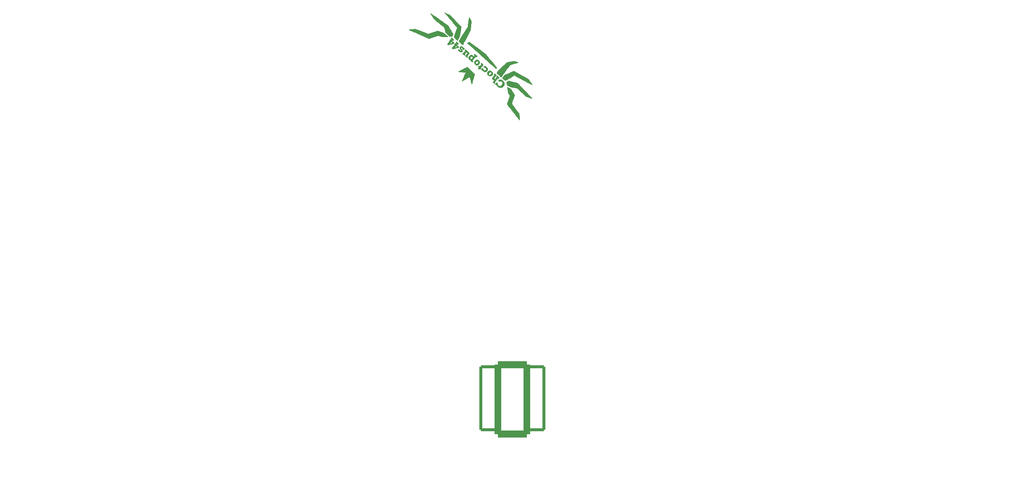
<source format=gto>
G04 #@! TF.GenerationSoftware,KiCad,Pcbnew,(6.0.0)*
G04 #@! TF.CreationDate,2023-05-15T23:43:54+03:00*
G04 #@! TF.ProjectId,choctopus44-top-plate,63686f63-746f-4707-9573-34342d746f70,2.0*
G04 #@! TF.SameCoordinates,Original*
G04 #@! TF.FileFunction,Legend,Top*
G04 #@! TF.FilePolarity,Positive*
%FSLAX46Y46*%
G04 Gerber Fmt 4.6, Leading zero omitted, Abs format (unit mm)*
G04 Created by KiCad (PCBNEW (6.0.0)) date 2023-05-15 23:43:54*
%MOMM*%
%LPD*%
G01*
G04 APERTURE LIST*
G04 Aperture macros list*
%AMRoundRect*
0 Rectangle with rounded corners*
0 $1 Rounding radius*
0 $2 $3 $4 $5 $6 $7 $8 $9 X,Y pos of 4 corners*
0 Add a 4 corners polygon primitive as box body*
4,1,4,$2,$3,$4,$5,$6,$7,$8,$9,$2,$3,0*
0 Add four circle primitives for the rounded corners*
1,1,$1+$1,$2,$3*
1,1,$1+$1,$4,$5*
1,1,$1+$1,$6,$7*
1,1,$1+$1,$8,$9*
0 Add four rect primitives between the rounded corners*
20,1,$1+$1,$2,$3,$4,$5,0*
20,1,$1+$1,$4,$5,$6,$7,0*
20,1,$1+$1,$6,$7,$8,$9,0*
20,1,$1+$1,$8,$9,$2,$3,0*%
G04 Aperture macros list end*
%ADD10C,0.150000*%
%ADD11RoundRect,0.300000X-9.228332X-4.303242X4.303242X-9.228332X9.228332X4.303242X-4.303242X9.228332X0*%
%ADD12RoundRect,0.108000X-5.134906X-6.529538X-0.263540X-8.302570X5.134906X6.529538X0.263540X8.302570X0*%
%ADD13RoundRect,0.108000X-4.546280X-6.952228X0.461080X-8.293946X4.546280X6.952228X-0.461080X8.293946X0*%
%ADD14RoundRect,0.300000X-8.818163X-5.091169X5.091169X-8.818163X8.818163X5.091169X-5.091169X8.818163X0*%
%ADD15C,0.787400*%
%ADD16C,3.800000*%
%ADD17RoundRect,0.300000X0.000000X-10.182338X10.182338X0.000000X0.000000X10.182338X-10.182338X0.000000X0*%
%ADD18RoundRect,0.108000X3.747666X-7.413307X7.413307X-3.747666X-3.747666X7.413307X-7.413307X3.747666X0*%
%ADD19RoundRect,0.300000X-4.303242X-9.228332X9.228332X-4.303242X4.303242X9.228332X-9.228332X4.303242X0*%
%ADD20RoundRect,0.108000X0.263540X-8.302570X5.134906X-6.529538X-0.263540X8.302570X-5.134906X6.529538X0*%
%ADD21RoundRect,0.300000X-9.568268X-3.482565X3.482565X-9.568268X9.568268X3.482565X-3.482565X9.568268X0*%
%ADD22RoundRect,0.108000X-5.684453X-6.057155X-0.986154X-8.248008X5.684453X6.057155X0.986154X8.248008X0*%
%ADD23RoundRect,0.108000X2.403423X-7.951458X6.649907X-4.978038X-2.403423X7.951458X-6.649907X4.978038X0*%
%ADD24RoundRect,0.300000X-1.768144X-10.027645X10.027645X-1.768144X1.768144X10.027645X-10.027645X1.768144X0*%
%ADD25RoundRect,0.300000X7.200000X-7.200000X7.200000X7.200000X-7.200000X7.200000X-7.200000X-7.200000X0*%
%ADD26RoundRect,0.800000X3.300000X-7.950000X3.300000X7.950000X-3.300000X7.950000X-3.300000X-7.950000X0*%
%ADD27RoundRect,0.108000X-0.461080X-8.293946X4.546280X-6.952228X0.461080X8.293946X-4.546280X6.952228X0*%
%ADD28RoundRect,0.300000X-5.091169X-8.818163X8.818163X-5.091169X5.091169X8.818163X-8.818163X5.091169X0*%
%ADD29RoundRect,0.300000X-10.027645X-1.768144X1.768144X-10.027645X10.027645X1.768144X-1.768144X10.027645X0*%
%ADD30RoundRect,0.108000X-6.649907X-4.978038X-2.403423X-7.951458X6.649907X4.978038X2.403423X7.951458X0*%
%ADD31RoundRect,0.300000X-10.182338X0.000000X0.000000X-10.182338X10.182338X0.000000X0.000000X10.182338X0*%
%ADD32RoundRect,0.108000X-7.413307X-3.747666X-3.747666X-7.413307X7.413307X3.747666X3.747666X7.413307X0*%
%ADD33RoundRect,0.108000X0.986154X-8.248008X5.684453X-6.057155X-0.986154X8.248008X-5.684453X6.057155X0*%
%ADD34RoundRect,0.300000X-3.482565X-9.568268X9.568268X-3.482565X3.482565X9.568268X-9.568268X3.482565X0*%
G04 APERTURE END LIST*
D10*
X105543331Y-64472442D02*
X105661286Y-64566050D01*
X105885023Y-64647483D01*
X105990804Y-64635309D01*
X106051838Y-64606849D01*
X106129159Y-64533641D01*
X106161732Y-64444146D01*
X106149558Y-64338365D01*
X106121097Y-64277331D01*
X106047889Y-64200010D01*
X105885187Y-64090116D01*
X105811979Y-64012796D01*
X105783519Y-63951762D01*
X105771345Y-63845981D01*
X105803918Y-63756486D01*
X105881239Y-63683278D01*
X105942273Y-63654818D01*
X106048054Y-63642644D01*
X106271790Y-63724077D01*
X106389745Y-63817684D01*
X106719263Y-63886944D02*
X106600979Y-64908070D01*
X107024268Y-64302008D01*
X106958957Y-65038363D01*
X107524714Y-64180104D01*
X108171410Y-64770208D02*
X107943397Y-65396670D01*
X108077968Y-64330797D02*
X107609931Y-64920572D01*
X108191646Y-65132299D01*
X81872795Y-121573170D02*
X81998459Y-121656141D01*
X82228442Y-121717764D01*
X82332759Y-121696417D01*
X82391080Y-121662746D01*
X82461726Y-121583077D01*
X82486376Y-121491085D01*
X82465029Y-121386767D01*
X82431357Y-121328446D01*
X82351689Y-121257800D01*
X82180028Y-121162504D01*
X82100359Y-121091859D01*
X82066688Y-121033537D01*
X82045341Y-120929220D01*
X82069990Y-120837227D01*
X82140636Y-120757559D01*
X82198957Y-120723887D01*
X82303275Y-120702540D01*
X82533257Y-120764163D01*
X82658922Y-120847134D01*
X82993222Y-120887411D02*
X82964385Y-121914960D01*
X83333242Y-121274312D01*
X83332357Y-122013558D01*
X83821158Y-121109255D01*
X84097137Y-121183204D02*
X84695091Y-121343425D01*
X84274518Y-121625124D01*
X84412508Y-121662098D01*
X84492176Y-121732744D01*
X84525848Y-121791065D01*
X84547195Y-121895383D01*
X84485571Y-122125365D01*
X84414925Y-122205033D01*
X84356604Y-122238705D01*
X84252286Y-122260052D01*
X83976307Y-122186104D01*
X83896639Y-122115458D01*
X83862967Y-122057137D01*
X85017066Y-121429698D02*
X85661017Y-121602244D01*
X84988230Y-122457247D01*
X119931780Y-77569434D02*
X120049735Y-77663042D01*
X120273472Y-77744475D01*
X120379253Y-77732301D01*
X120440287Y-77703841D01*
X120517608Y-77630633D01*
X120550181Y-77541138D01*
X120538007Y-77435357D01*
X120509546Y-77374323D01*
X120436338Y-77297002D01*
X120273636Y-77187108D01*
X120200428Y-77109788D01*
X120171968Y-77048754D01*
X120159794Y-76942973D01*
X120192367Y-76853478D01*
X120269688Y-76780270D01*
X120330722Y-76751810D01*
X120436503Y-76739636D01*
X120660239Y-76821069D01*
X120778194Y-76914676D01*
X121107712Y-76983936D02*
X120989428Y-78005062D01*
X121412717Y-77399000D01*
X121347406Y-78135355D01*
X121913163Y-77277096D01*
X122718613Y-77570256D02*
X122271141Y-77407389D01*
X122063527Y-77838575D01*
X122124561Y-77810115D01*
X122230342Y-77797941D01*
X122454078Y-77879374D01*
X122527286Y-77956695D01*
X122555747Y-78017729D01*
X122567921Y-78123510D01*
X122486487Y-78347246D01*
X122409167Y-78420454D01*
X122348133Y-78448915D01*
X122242352Y-78461089D01*
X122018615Y-78379655D01*
X121945407Y-78302335D01*
X121916947Y-78241301D01*
X161009752Y-152568491D02*
X161144439Y-152501147D01*
X161312798Y-152332789D01*
X161346469Y-152231773D01*
X161346469Y-152164430D01*
X161312798Y-152063415D01*
X161245454Y-151996071D01*
X161144439Y-151962399D01*
X161077095Y-151962399D01*
X160976080Y-151996071D01*
X160807721Y-152097086D01*
X160706706Y-152130758D01*
X160639363Y-152130758D01*
X160538347Y-152097086D01*
X160471004Y-152029743D01*
X160437332Y-151928728D01*
X160437332Y-151861384D01*
X160471004Y-151760369D01*
X160639363Y-151592010D01*
X160774050Y-151524667D01*
X160976080Y-151255293D02*
X161851546Y-151794041D01*
X161481156Y-151154277D01*
X162120920Y-151524667D01*
X161582172Y-150649201D01*
X162390294Y-150312484D02*
X162861698Y-150783888D01*
X161952561Y-150211468D02*
X162289278Y-150884903D01*
X162727011Y-150447171D01*
X163602477Y-150043110D02*
X163198416Y-150447171D01*
X163400446Y-150245140D02*
X162693339Y-149538033D01*
X162727011Y-149706392D01*
X162727011Y-149841079D01*
X162693339Y-149942094D01*
X199651657Y-97496472D02*
X199802186Y-97492359D01*
X200025922Y-97410926D01*
X200099130Y-97333605D01*
X200127590Y-97272571D01*
X200139764Y-97166790D01*
X200107191Y-97077295D01*
X200029870Y-97004088D01*
X199968836Y-96975627D01*
X199863055Y-96963453D01*
X199667779Y-96983852D01*
X199561998Y-96971679D01*
X199500964Y-96943218D01*
X199423644Y-96870010D01*
X199391070Y-96780516D01*
X199403244Y-96674734D01*
X199431705Y-96613700D01*
X199504913Y-96536380D01*
X199728649Y-96454946D01*
X199879177Y-96450834D01*
X200176122Y-96292080D02*
X200741878Y-97150339D01*
X200676567Y-96413983D01*
X201099856Y-97020046D01*
X200981572Y-95998920D01*
X201250056Y-95901200D02*
X201831771Y-95689473D01*
X201648833Y-96161458D01*
X201783075Y-96112598D01*
X201888856Y-96124772D01*
X201949890Y-96153232D01*
X202027211Y-96226440D01*
X202108644Y-96450176D01*
X202096470Y-96555958D01*
X202068010Y-96616991D01*
X201994802Y-96694312D01*
X201726318Y-96792032D01*
X201620537Y-96779858D01*
X201559503Y-96751398D01*
X202145001Y-95575466D02*
X202726716Y-95363739D01*
X202543778Y-95835724D01*
X202678020Y-95786864D01*
X202783801Y-95799038D01*
X202844835Y-95827499D01*
X202922156Y-95900707D01*
X203003589Y-96124443D01*
X202991415Y-96230224D01*
X202962955Y-96291258D01*
X202889747Y-96368579D01*
X202621263Y-96466299D01*
X202515482Y-96454125D01*
X202454448Y-96425664D01*
X173635123Y-78644690D02*
X173785652Y-78640577D01*
X174009388Y-78559144D01*
X174082596Y-78481823D01*
X174111056Y-78420789D01*
X174123230Y-78315008D01*
X174090657Y-78225513D01*
X174013336Y-78152306D01*
X173952302Y-78123845D01*
X173846521Y-78111671D01*
X173651245Y-78132070D01*
X173545464Y-78119897D01*
X173484430Y-78091436D01*
X173407110Y-78018228D01*
X173374536Y-77928734D01*
X173386710Y-77822952D01*
X173415171Y-77761918D01*
X173488379Y-77684598D01*
X173712115Y-77603164D01*
X173862643Y-77599052D01*
X174159588Y-77440298D02*
X174725344Y-78298557D01*
X174660033Y-77562201D01*
X175083322Y-78168264D01*
X174965038Y-77147138D01*
X175310843Y-77122625D02*
X175339303Y-77061591D01*
X175412511Y-76984271D01*
X175636248Y-76902837D01*
X175742029Y-76915011D01*
X175803063Y-76943472D01*
X175880383Y-77016680D01*
X175912957Y-77106174D01*
X175917069Y-77256703D01*
X175575542Y-77989110D01*
X176157257Y-77777383D01*
X176396951Y-76625964D02*
X176486446Y-76593391D01*
X176592227Y-76605565D01*
X176653261Y-76634025D01*
X176730581Y-76707233D01*
X176840475Y-76869935D01*
X176921909Y-77093672D01*
X176942308Y-77288948D01*
X176930134Y-77394729D01*
X176901674Y-77455763D01*
X176828466Y-77533083D01*
X176738971Y-77565657D01*
X176633190Y-77553483D01*
X176572156Y-77525022D01*
X176494835Y-77451814D01*
X176384941Y-77289112D01*
X176303508Y-77065376D01*
X176283109Y-76870100D01*
X176295283Y-76764319D01*
X176323743Y-76703285D01*
X176396951Y-76625964D01*
X188022972Y-65546923D02*
X188173501Y-65542810D01*
X188397237Y-65461377D01*
X188470445Y-65384056D01*
X188498905Y-65323022D01*
X188511079Y-65217241D01*
X188478506Y-65127746D01*
X188401185Y-65054539D01*
X188340151Y-65026078D01*
X188234370Y-65013904D01*
X188039094Y-65034303D01*
X187933313Y-65022130D01*
X187872279Y-64993669D01*
X187794959Y-64920461D01*
X187762385Y-64830967D01*
X187774559Y-64725185D01*
X187803020Y-64664151D01*
X187876228Y-64586831D01*
X188099964Y-64505397D01*
X188250492Y-64501285D01*
X188547437Y-64342531D02*
X189113193Y-65200790D01*
X189047882Y-64464434D01*
X189471171Y-65070497D01*
X189352887Y-64049371D01*
X189698692Y-64024858D02*
X189727152Y-63963824D01*
X189800360Y-63886504D01*
X190024097Y-63805070D01*
X190129878Y-63817244D01*
X190190912Y-63845705D01*
X190268232Y-63918913D01*
X190300806Y-64008407D01*
X190304918Y-64158936D01*
X189963391Y-64891343D01*
X190545106Y-64679616D01*
X191440051Y-64353883D02*
X190903084Y-64549323D01*
X191171567Y-64451603D02*
X190829547Y-63511910D01*
X190788913Y-63678726D01*
X190731992Y-63800793D01*
X190658784Y-63878114D01*
X227562393Y-68923924D02*
X227712922Y-68919811D01*
X227936658Y-68838378D01*
X228009866Y-68761057D01*
X228038326Y-68700023D01*
X228050500Y-68594242D01*
X228017927Y-68504747D01*
X227940606Y-68431540D01*
X227879572Y-68403079D01*
X227773791Y-68390905D01*
X227578515Y-68411304D01*
X227472734Y-68399131D01*
X227411700Y-68370670D01*
X227334380Y-68297462D01*
X227301806Y-68207968D01*
X227313980Y-68102186D01*
X227342441Y-68041152D01*
X227415649Y-67963832D01*
X227639385Y-67882398D01*
X227789913Y-67878286D01*
X228086858Y-67719532D02*
X228652614Y-68577791D01*
X228587303Y-67841435D01*
X229010592Y-68447498D01*
X228892308Y-67426372D01*
X229238113Y-67401859D02*
X229266573Y-67340825D01*
X229339781Y-67263505D01*
X229563518Y-67182071D01*
X229669299Y-67194245D01*
X229730333Y-67222706D01*
X229807653Y-67295914D01*
X229840227Y-67385408D01*
X229844339Y-67535937D01*
X229502812Y-68268344D01*
X230084527Y-68056617D01*
X230055737Y-67002918D02*
X230637452Y-66791191D01*
X230454514Y-67263176D01*
X230588756Y-67214316D01*
X230694537Y-67226490D01*
X230755571Y-67254951D01*
X230832892Y-67328159D01*
X230914325Y-67551895D01*
X230902151Y-67657676D01*
X230873691Y-67718710D01*
X230800483Y-67796031D01*
X230531999Y-67893751D01*
X230426218Y-67881577D01*
X230365184Y-67853116D01*
X135584975Y-87191331D02*
X135702930Y-87284939D01*
X135926667Y-87366372D01*
X136032448Y-87354198D01*
X136093482Y-87325738D01*
X136170803Y-87252530D01*
X136203376Y-87163035D01*
X136191202Y-87057254D01*
X136162741Y-86996220D01*
X136089533Y-86918899D01*
X135926831Y-86809005D01*
X135853623Y-86731685D01*
X135825163Y-86670651D01*
X135812989Y-86564870D01*
X135845562Y-86475375D01*
X135922883Y-86402167D01*
X135983917Y-86373707D01*
X136089698Y-86361533D01*
X136313434Y-86442966D01*
X136431389Y-86536573D01*
X136760907Y-86605833D02*
X136642623Y-87626959D01*
X137065912Y-87020897D01*
X137000601Y-87757252D01*
X137566358Y-86898993D01*
X138327061Y-87175866D02*
X138148072Y-87110720D01*
X138042291Y-87122894D01*
X137981257Y-87151354D01*
X137842902Y-87253023D01*
X137733008Y-87415725D01*
X137602715Y-87773703D01*
X137614889Y-87879484D01*
X137643350Y-87940518D01*
X137716557Y-88017839D01*
X137895547Y-88082986D01*
X138001328Y-88070812D01*
X138062362Y-88042351D01*
X138139682Y-87969143D01*
X138221116Y-87745407D01*
X138208942Y-87639626D01*
X138180481Y-87578592D01*
X138107273Y-87501271D01*
X137928284Y-87436125D01*
X137822503Y-87448298D01*
X137761469Y-87476759D01*
X137684148Y-87549967D01*
X66004508Y-67848669D02*
X66122463Y-67942277D01*
X66346200Y-68023710D01*
X66451981Y-68011536D01*
X66513015Y-67983076D01*
X66590336Y-67909868D01*
X66622909Y-67820373D01*
X66610735Y-67714592D01*
X66582274Y-67653558D01*
X66509066Y-67576237D01*
X66346364Y-67466343D01*
X66273156Y-67389023D01*
X66244696Y-67327989D01*
X66232522Y-67222208D01*
X66265095Y-67132713D01*
X66342416Y-67059505D01*
X66403450Y-67031045D01*
X66509231Y-67018871D01*
X66732967Y-67100304D01*
X66850922Y-67193911D01*
X67180440Y-67263171D02*
X67062156Y-68284297D01*
X67485445Y-67678235D01*
X67420134Y-68414590D01*
X67985891Y-67556331D01*
X68266548Y-67759832D02*
X68327582Y-67731372D01*
X68433363Y-67719198D01*
X68657100Y-67800631D01*
X68730308Y-67877952D01*
X68758768Y-67938986D01*
X68770942Y-68044767D01*
X68738369Y-68134261D01*
X68644761Y-68252217D01*
X67912354Y-68593744D01*
X68494069Y-68805470D01*
X80288818Y-81231598D02*
X80406773Y-81325206D01*
X80630510Y-81406639D01*
X80736291Y-81394465D01*
X80797325Y-81366005D01*
X80874646Y-81292797D01*
X80907219Y-81203302D01*
X80895045Y-81097521D01*
X80866584Y-81036487D01*
X80793376Y-80959166D01*
X80630674Y-80849272D01*
X80557466Y-80771952D01*
X80529006Y-80710918D01*
X80516832Y-80605137D01*
X80549405Y-80515642D01*
X80626726Y-80442434D01*
X80687760Y-80413974D01*
X80793541Y-80401800D01*
X81017277Y-80483233D01*
X81135232Y-80576840D01*
X81464750Y-80646100D02*
X81346466Y-81667226D01*
X81769755Y-81061164D01*
X81704444Y-81797519D01*
X82270201Y-80939260D01*
X82330906Y-82025533D02*
X82509895Y-82090679D01*
X82615676Y-82078505D01*
X82676710Y-82050045D01*
X82815065Y-81948376D01*
X82924959Y-81785674D01*
X83055252Y-81427696D01*
X83043078Y-81321915D01*
X83014618Y-81260881D01*
X82941410Y-81183560D01*
X82762421Y-81118413D01*
X82656639Y-81130587D01*
X82595605Y-81159048D01*
X82518285Y-81232256D01*
X82436851Y-81455992D01*
X82449025Y-81561773D01*
X82477486Y-81622807D01*
X82550694Y-81700128D01*
X82729683Y-81765275D01*
X82835464Y-81753101D01*
X82896498Y-81724640D01*
X82973819Y-81651432D01*
X219092426Y-98281629D02*
X219242955Y-98277516D01*
X219466691Y-98196083D01*
X219539899Y-98118762D01*
X219568359Y-98057728D01*
X219580533Y-97951947D01*
X219547960Y-97862452D01*
X219470639Y-97789245D01*
X219409605Y-97760784D01*
X219303824Y-97748610D01*
X219108548Y-97769009D01*
X219002767Y-97756836D01*
X218941733Y-97728375D01*
X218864413Y-97655167D01*
X218831839Y-97565673D01*
X218844013Y-97459891D01*
X218872474Y-97398857D01*
X218945682Y-97321537D01*
X219169418Y-97240103D01*
X219319946Y-97235991D01*
X219616891Y-97077237D02*
X220182647Y-97935496D01*
X220117336Y-97199140D01*
X220540625Y-97805203D01*
X220422341Y-96784077D01*
X220690825Y-96686357D02*
X221272540Y-96474630D01*
X221089602Y-96946615D01*
X221223844Y-96897755D01*
X221329625Y-96909929D01*
X221390659Y-96938389D01*
X221467980Y-97011597D01*
X221549413Y-97235333D01*
X221537239Y-97341115D01*
X221508779Y-97402148D01*
X221435571Y-97479469D01*
X221167087Y-97577189D01*
X221061306Y-97565015D01*
X221000272Y-97536555D01*
X222191997Y-96494701D02*
X222420011Y-97121162D01*
X221837967Y-96218156D02*
X221858531Y-96970798D01*
X222440246Y-96759071D01*
X193837314Y-81521697D02*
X193987843Y-81517584D01*
X194211579Y-81436151D01*
X194284787Y-81358830D01*
X194313247Y-81297796D01*
X194325421Y-81192015D01*
X194292848Y-81102520D01*
X194215527Y-81029313D01*
X194154493Y-81000852D01*
X194048712Y-80988678D01*
X193853436Y-81009077D01*
X193747655Y-80996904D01*
X193686621Y-80968443D01*
X193609301Y-80895235D01*
X193576727Y-80805741D01*
X193588901Y-80699959D01*
X193617362Y-80638925D01*
X193690570Y-80561605D01*
X193914306Y-80480171D01*
X194064834Y-80476059D01*
X194361779Y-80317305D02*
X194927535Y-81175564D01*
X194862224Y-80439208D01*
X195285513Y-81045271D01*
X195167229Y-80024145D01*
X195513034Y-79999632D02*
X195541494Y-79938598D01*
X195614702Y-79861278D01*
X195838439Y-79779844D01*
X195944220Y-79792018D01*
X196005254Y-79820479D01*
X196082574Y-79893687D01*
X196115148Y-79983181D01*
X196119260Y-80133710D01*
X195777733Y-80866117D01*
X196359448Y-80654390D01*
X196330658Y-79600691D02*
X196957120Y-79372678D01*
X196896415Y-80458950D01*
X100457597Y-128014437D02*
X100566945Y-128117968D01*
X100782733Y-128218592D01*
X100889172Y-128215683D01*
X100952455Y-128192651D01*
X101035861Y-128126460D01*
X101076111Y-128040145D01*
X101073203Y-127933705D01*
X101050170Y-127870423D01*
X100983979Y-127787016D01*
X100831474Y-127663360D01*
X100765284Y-127579953D01*
X100742251Y-127516671D01*
X100739343Y-127410231D01*
X100779592Y-127323916D01*
X100862999Y-127257726D01*
X100926281Y-127234693D01*
X101032721Y-127231785D01*
X101248508Y-127332408D01*
X101357856Y-127435940D01*
X101680084Y-127533655D02*
X101473253Y-128540586D01*
X101947753Y-127973722D01*
X101818513Y-128701584D01*
X102456919Y-127895899D01*
X102715864Y-128016647D02*
X103276912Y-128278268D01*
X102813812Y-128482656D01*
X102943284Y-128543030D01*
X103009474Y-128626437D01*
X103032507Y-128689719D01*
X103035415Y-128796158D01*
X102934792Y-129011946D01*
X102851385Y-129078136D01*
X102788103Y-129101169D01*
X102681663Y-129104077D01*
X102422718Y-128983329D01*
X102356528Y-128899922D01*
X102333495Y-128836640D01*
X103613680Y-128908182D02*
X103547489Y-128824775D01*
X103524456Y-128761493D01*
X103521548Y-128655053D01*
X103541673Y-128611896D01*
X103625080Y-128545705D01*
X103688362Y-128522673D01*
X103794802Y-128519764D01*
X103967432Y-128600263D01*
X104033622Y-128683670D01*
X104056655Y-128746952D01*
X104059563Y-128853392D01*
X104039438Y-128896549D01*
X103956032Y-128962740D01*
X103892749Y-128985773D01*
X103786310Y-128988681D01*
X103613680Y-128908182D01*
X103507240Y-128911090D01*
X103443958Y-128934123D01*
X103360551Y-129000313D01*
X103280052Y-129172943D01*
X103282960Y-129279383D01*
X103305993Y-129342665D01*
X103372183Y-129426072D01*
X103544814Y-129506571D01*
X103651253Y-129503663D01*
X103714535Y-129480630D01*
X103797942Y-129414440D01*
X103878441Y-129241810D01*
X103875533Y-129135370D01*
X103852500Y-129072088D01*
X103786310Y-128988681D01*
X163796270Y-104241361D02*
X163946799Y-104237248D01*
X164170535Y-104155815D01*
X164243743Y-104078494D01*
X164272203Y-104017460D01*
X164284377Y-103911679D01*
X164251804Y-103822184D01*
X164174483Y-103748977D01*
X164113449Y-103720516D01*
X164007668Y-103708342D01*
X163812392Y-103728741D01*
X163706611Y-103716568D01*
X163645577Y-103688107D01*
X163568257Y-103614899D01*
X163535683Y-103525405D01*
X163547857Y-103419623D01*
X163576318Y-103358589D01*
X163649526Y-103281269D01*
X163873262Y-103199835D01*
X164023790Y-103195723D01*
X164320735Y-103036969D02*
X164886491Y-103895228D01*
X164821180Y-103158872D01*
X165244469Y-103764935D01*
X165126185Y-102743809D01*
X165471990Y-102719296D02*
X165500450Y-102658262D01*
X165573658Y-102580942D01*
X165797395Y-102499508D01*
X165903176Y-102511682D01*
X165964210Y-102540143D01*
X166041530Y-102613351D01*
X166074104Y-102702845D01*
X166078216Y-102853374D01*
X165736689Y-103585781D01*
X166318404Y-103374054D01*
X166826582Y-102124915D02*
X166379109Y-102287782D01*
X166497228Y-102751541D01*
X166525689Y-102690507D01*
X166598897Y-102613187D01*
X166822633Y-102531753D01*
X166928414Y-102543927D01*
X166989448Y-102572388D01*
X167066769Y-102645596D01*
X167148202Y-102869332D01*
X167136028Y-102975113D01*
X167107568Y-103036147D01*
X167034360Y-103113468D01*
X166810624Y-103194901D01*
X166704842Y-103182727D01*
X166643809Y-103154266D01*
X53928351Y-99635352D02*
X54046306Y-99728959D01*
X54270042Y-99810392D01*
X54375823Y-99798218D01*
X54436857Y-99769758D01*
X54514178Y-99696550D01*
X54546751Y-99607055D01*
X54534577Y-99501274D01*
X54506117Y-99440240D01*
X54432909Y-99362920D01*
X54270206Y-99253026D01*
X54196999Y-99175705D01*
X54168538Y-99114671D01*
X54156364Y-99008890D01*
X54188937Y-98919395D01*
X54266258Y-98846188D01*
X54327292Y-98817727D01*
X54433073Y-98805553D01*
X54656809Y-98886986D01*
X54774765Y-98980594D01*
X55104282Y-99049853D02*
X54985998Y-100070979D01*
X55409288Y-99464917D01*
X55343976Y-100201273D01*
X55909733Y-99343013D01*
X56417911Y-100592153D02*
X55880944Y-100396713D01*
X56149427Y-100494433D02*
X56491447Y-99554740D01*
X56353093Y-99656408D01*
X56231025Y-99713330D01*
X56125244Y-99725504D01*
X57451375Y-100258851D02*
X57223362Y-100885313D01*
X57357932Y-99819440D02*
X56889896Y-100409215D01*
X57471610Y-100620942D01*
X74027004Y-97043506D02*
X74144959Y-97137113D01*
X74368695Y-97218546D01*
X74474476Y-97206372D01*
X74535510Y-97177912D01*
X74612831Y-97104704D01*
X74645404Y-97015209D01*
X74633230Y-96909428D01*
X74604770Y-96848394D01*
X74531562Y-96771074D01*
X74368859Y-96661180D01*
X74295652Y-96583859D01*
X74267191Y-96522825D01*
X74255017Y-96417044D01*
X74287590Y-96327549D01*
X74364911Y-96254342D01*
X74425945Y-96225881D01*
X74531726Y-96213707D01*
X74755462Y-96295140D01*
X74873418Y-96388748D01*
X75202935Y-96458007D02*
X75084651Y-97479133D01*
X75507941Y-96873071D01*
X75442629Y-97609427D01*
X76008386Y-96751167D01*
X76516564Y-98000307D02*
X75979597Y-97804867D01*
X76248080Y-97902587D02*
X76590100Y-96962894D01*
X76451746Y-97064562D01*
X76329678Y-97121484D01*
X76223897Y-97133658D01*
X77708782Y-97370061D02*
X77261309Y-97207194D01*
X77053695Y-97638380D01*
X77114729Y-97609920D01*
X77220511Y-97597746D01*
X77444247Y-97679179D01*
X77517455Y-97756500D01*
X77545915Y-97817534D01*
X77558089Y-97923315D01*
X77476656Y-98147051D01*
X77399335Y-98220259D01*
X77338301Y-98248720D01*
X77232520Y-98260893D01*
X77008784Y-98179460D01*
X76935576Y-98102139D01*
X76907115Y-98041106D01*
X49089623Y-61692613D02*
X49207578Y-61786221D01*
X49431315Y-61867654D01*
X49537096Y-61855480D01*
X49598130Y-61827020D01*
X49675451Y-61753812D01*
X49708024Y-61664317D01*
X49695850Y-61558536D01*
X49667389Y-61497502D01*
X49594181Y-61420181D01*
X49431479Y-61310287D01*
X49358271Y-61232967D01*
X49329811Y-61171933D01*
X49317637Y-61066152D01*
X49350210Y-60976657D01*
X49427531Y-60903449D01*
X49488565Y-60874989D01*
X49594346Y-60862815D01*
X49818082Y-60944248D01*
X49936037Y-61037855D01*
X50265555Y-61107115D02*
X50147271Y-62128241D01*
X50570560Y-61522179D01*
X50505249Y-62258534D01*
X51071006Y-61400275D01*
X51579184Y-62649414D02*
X51042216Y-62453974D01*
X51310700Y-62551694D02*
X51652720Y-61612002D01*
X51514366Y-61713670D01*
X51392298Y-61770591D01*
X51286516Y-61782765D01*
X244474886Y-62761291D02*
X244625415Y-62757178D01*
X244849151Y-62675745D01*
X244922359Y-62598424D01*
X244950819Y-62537390D01*
X244962993Y-62431609D01*
X244930420Y-62342114D01*
X244853099Y-62268907D01*
X244792065Y-62240446D01*
X244686284Y-62228272D01*
X244491008Y-62248671D01*
X244385227Y-62236498D01*
X244324193Y-62208037D01*
X244246873Y-62134829D01*
X244214299Y-62045335D01*
X244226473Y-61939553D01*
X244254934Y-61878519D01*
X244328142Y-61801199D01*
X244551878Y-61719765D01*
X244702406Y-61715653D01*
X244999351Y-61556899D02*
X245565107Y-62415158D01*
X245499796Y-61678802D01*
X245923085Y-62284865D01*
X245804801Y-61263739D01*
X246150606Y-61239226D02*
X246179066Y-61178192D01*
X246252274Y-61100872D01*
X246476011Y-61019438D01*
X246581792Y-61031612D01*
X246642826Y-61060073D01*
X246720146Y-61133281D01*
X246752720Y-61222775D01*
X246756832Y-61373304D01*
X246415305Y-62105711D01*
X246997020Y-61893984D01*
X247574457Y-60974363D02*
X247802471Y-61600824D01*
X247220427Y-60697818D02*
X247240991Y-61450460D01*
X247822706Y-61238733D01*
X60190166Y-83823443D02*
X60308121Y-83917051D01*
X60531858Y-83998484D01*
X60637639Y-83986310D01*
X60698673Y-83957850D01*
X60775994Y-83884642D01*
X60808567Y-83795147D01*
X60796393Y-83689366D01*
X60767932Y-83628332D01*
X60694724Y-83551011D01*
X60532022Y-83441117D01*
X60458814Y-83363797D01*
X60430354Y-83302763D01*
X60418180Y-83196982D01*
X60450753Y-83107487D01*
X60528074Y-83034279D01*
X60589108Y-83005819D01*
X60694889Y-82993645D01*
X60918625Y-83075078D01*
X61036580Y-83168685D01*
X61366098Y-83237945D02*
X61247814Y-84259071D01*
X61671103Y-83653009D01*
X61605792Y-84389364D01*
X62171549Y-83531105D01*
X62517189Y-84112984D02*
X62443981Y-84035663D01*
X62415520Y-83974629D01*
X62403346Y-83868848D01*
X62419633Y-83824101D01*
X62496953Y-83750893D01*
X62557987Y-83722432D01*
X62663769Y-83710258D01*
X62842758Y-83775405D01*
X62915966Y-83852726D01*
X62944426Y-83913760D01*
X62956600Y-84019541D01*
X62940313Y-84064288D01*
X62862993Y-84137496D01*
X62801959Y-84165957D01*
X62696178Y-84178130D01*
X62517189Y-84112984D01*
X62411407Y-84125158D01*
X62350373Y-84153618D01*
X62273053Y-84226826D01*
X62207906Y-84405815D01*
X62220080Y-84511596D01*
X62248541Y-84572630D01*
X62321748Y-84649951D01*
X62500738Y-84715098D01*
X62606519Y-84702924D01*
X62667553Y-84674463D01*
X62744873Y-84601255D01*
X62810020Y-84422266D01*
X62797846Y-84316485D01*
X62769385Y-84255451D01*
X62696178Y-84178130D01*
X175892054Y-139669691D02*
X176036389Y-139626759D01*
X176231425Y-139490193D01*
X176282127Y-139396560D01*
X176293821Y-139330239D01*
X176278202Y-139224912D01*
X176223575Y-139146897D01*
X176129942Y-139096196D01*
X176063621Y-139084502D01*
X175958294Y-139100121D01*
X175774952Y-139170366D01*
X175669624Y-139185985D01*
X175603304Y-139174291D01*
X175509670Y-139123590D01*
X175455044Y-139045575D01*
X175439425Y-138940248D01*
X175451119Y-138873927D01*
X175501820Y-138780294D01*
X175696856Y-138643728D01*
X175841191Y-138600796D01*
X176086929Y-138370596D02*
X176855541Y-139053183D01*
X176601873Y-138358821D01*
X177167599Y-138834677D01*
X176789059Y-137878959D01*
X177643374Y-137687686D02*
X178025758Y-138233788D01*
X177229833Y-137512194D02*
X177444494Y-138233869D01*
X177951588Y-137878797D01*
X177896881Y-137219518D02*
X177908575Y-137153198D01*
X177959276Y-137059564D01*
X178154312Y-136922999D01*
X178259640Y-136907380D01*
X178325960Y-136919074D01*
X178419594Y-136969775D01*
X178474220Y-137047789D01*
X178517152Y-137192124D01*
X178376824Y-137987969D01*
X178883918Y-137632898D01*
X185263808Y-110594239D02*
X185414337Y-110590126D01*
X185638073Y-110508693D01*
X185711281Y-110431372D01*
X185739741Y-110370338D01*
X185751915Y-110264557D01*
X185719342Y-110175062D01*
X185642021Y-110101855D01*
X185580987Y-110073394D01*
X185475206Y-110061220D01*
X185279930Y-110081619D01*
X185174149Y-110069446D01*
X185113115Y-110040985D01*
X185035795Y-109967777D01*
X185003221Y-109878283D01*
X185015395Y-109772501D01*
X185043856Y-109711467D01*
X185117064Y-109634147D01*
X185340800Y-109552713D01*
X185491328Y-109548601D01*
X185788273Y-109389847D02*
X186354029Y-110248106D01*
X186288718Y-109511750D01*
X186712007Y-110117813D01*
X186593723Y-109096687D01*
X186862207Y-108998967D02*
X187443922Y-108787240D01*
X187260984Y-109259225D01*
X187395226Y-109210365D01*
X187501007Y-109222539D01*
X187562041Y-109250999D01*
X187639362Y-109324207D01*
X187720795Y-109547943D01*
X187708621Y-109653725D01*
X187680161Y-109714758D01*
X187606953Y-109792079D01*
X187338469Y-109889799D01*
X187232688Y-109877625D01*
X187171654Y-109849165D01*
X187834473Y-108746441D02*
X187862934Y-108685407D01*
X187936142Y-108608086D01*
X188159878Y-108526653D01*
X188265659Y-108538827D01*
X188326693Y-108567288D01*
X188404014Y-108640495D01*
X188436587Y-108729990D01*
X188440700Y-108880518D01*
X188099173Y-109612926D01*
X188680887Y-109401199D01*
X123508818Y-118978014D02*
X123626773Y-119071621D01*
X123850509Y-119153054D01*
X123956290Y-119140880D01*
X124017324Y-119112420D01*
X124094645Y-119039212D01*
X124127218Y-118949717D01*
X124115044Y-118843936D01*
X124086584Y-118782902D01*
X124013376Y-118705582D01*
X123850673Y-118595688D01*
X123777466Y-118518367D01*
X123749005Y-118457333D01*
X123736831Y-118351552D01*
X123769404Y-118262057D01*
X123846725Y-118188850D01*
X123907759Y-118160389D01*
X124013540Y-118148215D01*
X124237276Y-118229648D01*
X124355232Y-118323256D01*
X124684749Y-118392515D02*
X124566465Y-119413641D01*
X124989755Y-118807579D01*
X124924443Y-119543935D01*
X125490200Y-118685675D01*
X125998378Y-119934815D02*
X125461411Y-119739375D01*
X125729894Y-119837095D02*
X126071914Y-118897402D01*
X125933560Y-118999070D01*
X125811492Y-119055992D01*
X125705711Y-119068166D01*
X126730785Y-119593288D02*
X126657577Y-119515967D01*
X126629117Y-119454933D01*
X126616943Y-119349152D01*
X126633230Y-119304405D01*
X126710550Y-119231197D01*
X126771584Y-119202736D01*
X126877365Y-119190562D01*
X127056354Y-119255709D01*
X127129562Y-119333029D01*
X127158023Y-119394063D01*
X127170197Y-119499845D01*
X127153910Y-119544592D01*
X127076589Y-119617800D01*
X127015555Y-119646260D01*
X126909774Y-119658434D01*
X126730785Y-119593288D01*
X126625004Y-119605461D01*
X126563970Y-119633922D01*
X126486649Y-119707130D01*
X126421503Y-119886119D01*
X126433677Y-119991900D01*
X126462137Y-120052934D01*
X126535345Y-120130255D01*
X126714334Y-120195401D01*
X126820115Y-120183228D01*
X126881149Y-120154767D01*
X126958470Y-120081559D01*
X127023617Y-119902570D01*
X127011443Y-119796789D01*
X126982982Y-119735755D01*
X126909774Y-119658434D01*
X207463741Y-66332080D02*
X207614270Y-66327967D01*
X207838006Y-66246534D01*
X207911214Y-66169213D01*
X207939674Y-66108179D01*
X207951848Y-66002398D01*
X207919275Y-65912903D01*
X207841954Y-65839696D01*
X207780920Y-65811235D01*
X207675139Y-65799061D01*
X207479863Y-65819460D01*
X207374082Y-65807287D01*
X207313048Y-65778826D01*
X207235728Y-65705618D01*
X207203154Y-65616124D01*
X207215328Y-65510342D01*
X207243789Y-65449308D01*
X207316997Y-65371988D01*
X207540733Y-65290554D01*
X207691261Y-65286442D01*
X207988206Y-65127688D02*
X208553962Y-65985947D01*
X208488651Y-65249591D01*
X208911940Y-65855654D01*
X208793656Y-64834528D01*
X209139461Y-64810015D02*
X209167921Y-64748981D01*
X209241129Y-64671661D01*
X209464866Y-64590227D01*
X209570647Y-64602401D01*
X209631681Y-64630862D01*
X209709001Y-64704070D01*
X209741575Y-64793564D01*
X209745687Y-64944093D01*
X209404160Y-65676500D01*
X209985875Y-65464773D01*
X210034406Y-64484282D02*
X210062867Y-64423248D01*
X210136075Y-64345927D01*
X210359811Y-64264494D01*
X210465592Y-64276668D01*
X210526626Y-64305129D01*
X210603947Y-64378336D01*
X210636520Y-64467831D01*
X210640633Y-64618359D01*
X210299106Y-65350767D01*
X210880820Y-65139040D01*
X213278084Y-82306854D02*
X213428613Y-82302741D01*
X213652349Y-82221308D01*
X213725557Y-82143987D01*
X213754017Y-82082953D01*
X213766191Y-81977172D01*
X213733618Y-81887677D01*
X213656297Y-81814470D01*
X213595263Y-81786009D01*
X213489482Y-81773835D01*
X213294206Y-81794234D01*
X213188425Y-81782061D01*
X213127391Y-81753600D01*
X213050071Y-81680392D01*
X213017497Y-81590898D01*
X213029671Y-81485116D01*
X213058132Y-81424082D01*
X213131340Y-81346762D01*
X213355076Y-81265328D01*
X213505604Y-81261216D01*
X213802549Y-81102462D02*
X214368305Y-81960721D01*
X214302994Y-81224365D01*
X214726283Y-81830428D01*
X214607999Y-80809302D01*
X214953804Y-80784789D02*
X214982264Y-80723755D01*
X215055472Y-80646435D01*
X215279209Y-80565001D01*
X215384990Y-80577175D01*
X215446024Y-80605636D01*
X215523344Y-80678844D01*
X215555918Y-80768338D01*
X215560030Y-80918867D01*
X215218503Y-81651274D01*
X215800218Y-81439547D01*
X216141745Y-80707140D02*
X216035964Y-80694966D01*
X215974930Y-80666506D01*
X215897609Y-80593298D01*
X215881322Y-80548550D01*
X215893496Y-80442769D01*
X215921957Y-80381735D01*
X215995165Y-80304415D01*
X216174154Y-80239268D01*
X216279935Y-80251442D01*
X216340969Y-80279903D01*
X216418290Y-80353110D01*
X216434576Y-80397858D01*
X216422402Y-80503639D01*
X216393942Y-80564673D01*
X216320734Y-80641993D01*
X216141745Y-80707140D01*
X216068537Y-80784461D01*
X216040076Y-80845495D01*
X216027902Y-80951276D01*
X216093049Y-81130265D01*
X216170370Y-81203473D01*
X216231404Y-81231933D01*
X216337185Y-81244107D01*
X216516174Y-81178961D01*
X216589382Y-81101640D01*
X216617842Y-81040606D01*
X216630016Y-80934825D01*
X216564870Y-80755836D01*
X216487549Y-80682628D01*
X216426515Y-80654167D01*
X216320734Y-80641993D01*
X146490476Y-132104761D02*
X146633333Y-132152380D01*
X146871428Y-132152380D01*
X146966666Y-132104761D01*
X147014285Y-132057142D01*
X147061904Y-131961904D01*
X147061904Y-131866666D01*
X147014285Y-131771428D01*
X146966666Y-131723809D01*
X146871428Y-131676190D01*
X146680952Y-131628571D01*
X146585714Y-131580952D01*
X146538095Y-131533333D01*
X146490476Y-131438095D01*
X146490476Y-131342857D01*
X146538095Y-131247619D01*
X146585714Y-131200000D01*
X146680952Y-131152380D01*
X146919047Y-131152380D01*
X147061904Y-131200000D01*
X147395238Y-131152380D02*
X147633333Y-132152380D01*
X147823809Y-131438095D01*
X148014285Y-132152380D01*
X148252380Y-131152380D01*
X149061904Y-131485714D02*
X149061904Y-132152380D01*
X148823809Y-131104761D02*
X148585714Y-131819047D01*
X149204761Y-131819047D01*
X150061904Y-131152380D02*
X149585714Y-131152380D01*
X149538095Y-131628571D01*
X149585714Y-131580952D01*
X149680952Y-131533333D01*
X149919047Y-131533333D01*
X150014285Y-131580952D01*
X150061904Y-131628571D01*
X150109523Y-131723809D01*
X150109523Y-131961904D01*
X150061904Y-132057142D01*
X150014285Y-132104761D01*
X149919047Y-132152380D01*
X149680952Y-132152380D01*
X149585714Y-132104761D01*
X149538095Y-132057142D01*
X211153727Y-122510088D02*
X211304041Y-122519110D01*
X211534023Y-122457486D01*
X211613691Y-122386841D01*
X211647363Y-122328519D01*
X211668710Y-122224202D01*
X211644061Y-122132209D01*
X211573415Y-122052541D01*
X211515094Y-122018869D01*
X211410776Y-121997522D01*
X211214466Y-122000824D01*
X211110148Y-121979477D01*
X211051827Y-121945805D01*
X210981181Y-121866137D01*
X210956531Y-121774144D01*
X210977878Y-121669827D01*
X211011550Y-121611505D01*
X211091218Y-121540859D01*
X211321201Y-121479236D01*
X211471515Y-121488258D01*
X211781165Y-121355989D02*
X212269967Y-122260291D01*
X212269082Y-121521045D01*
X212637938Y-122161693D01*
X212609102Y-121134144D01*
X213477315Y-121246599D02*
X213649861Y-121890549D01*
X213148735Y-120940251D02*
X213103623Y-121691821D01*
X213701577Y-121531600D01*
X214397244Y-121000105D02*
X214569790Y-121644055D01*
X214068664Y-120693756D02*
X214023552Y-121445327D01*
X214621507Y-121285106D01*
X37013466Y-93479296D02*
X37131421Y-93572903D01*
X37355157Y-93654336D01*
X37460938Y-93642162D01*
X37521972Y-93613702D01*
X37599293Y-93540494D01*
X37631866Y-93450999D01*
X37619692Y-93345218D01*
X37591232Y-93284184D01*
X37518024Y-93206864D01*
X37355321Y-93096970D01*
X37282114Y-93019649D01*
X37253653Y-92958615D01*
X37241479Y-92852834D01*
X37274052Y-92763339D01*
X37351373Y-92690132D01*
X37412407Y-92661671D01*
X37518188Y-92649497D01*
X37741924Y-92730930D01*
X37859880Y-92824538D01*
X38189397Y-92893797D02*
X38071113Y-93914923D01*
X38494403Y-93308861D01*
X38429091Y-94045217D01*
X38994848Y-93186957D01*
X39503026Y-94436097D02*
X38966059Y-94240657D01*
X39234542Y-94338377D02*
X39576562Y-93398684D01*
X39438208Y-93500352D01*
X39316140Y-93557274D01*
X39210359Y-93569448D01*
X40158277Y-93610411D02*
X40739991Y-93822138D01*
X40296467Y-94066109D01*
X40430709Y-94114969D01*
X40503917Y-94192290D01*
X40532377Y-94253324D01*
X40544551Y-94359105D01*
X40463118Y-94582841D01*
X40385797Y-94656049D01*
X40324763Y-94684510D01*
X40218982Y-94696683D01*
X39950499Y-94598963D01*
X39877291Y-94521643D01*
X39848830Y-94460609D01*
X117656228Y-137592828D02*
X117745937Y-137713775D01*
X117940973Y-137850340D01*
X118046301Y-137865959D01*
X118112621Y-137854265D01*
X118206255Y-137803564D01*
X118260881Y-137725550D01*
X118276500Y-137620222D01*
X118264806Y-137553902D01*
X118214105Y-137460268D01*
X118085389Y-137312008D01*
X118034688Y-137218375D01*
X118022994Y-137152054D01*
X118038613Y-137046726D01*
X118093239Y-136968712D01*
X118186873Y-136918011D01*
X118253193Y-136906317D01*
X118358521Y-136921936D01*
X118553557Y-137058501D01*
X118643265Y-137179448D01*
X118943629Y-137331633D02*
X118565089Y-138287351D01*
X119130815Y-137811495D01*
X118877147Y-138505856D01*
X119645760Y-137823270D01*
X119879803Y-137987149D02*
X120386897Y-138342220D01*
X119895341Y-138463086D01*
X120012363Y-138545025D01*
X120063064Y-138638659D01*
X120074758Y-138704979D01*
X120059139Y-138810307D01*
X119922573Y-139005343D01*
X119828940Y-139056045D01*
X119762619Y-139067739D01*
X119657292Y-139052120D01*
X119423248Y-138888241D01*
X119372547Y-138794607D01*
X119360853Y-138728287D01*
X120203393Y-139434504D02*
X120359422Y-139543757D01*
X120464750Y-139559376D01*
X120531070Y-139547682D01*
X120691024Y-139485286D01*
X120839284Y-139356570D01*
X121057789Y-139044512D01*
X121073408Y-138939185D01*
X121061714Y-138872864D01*
X121011013Y-138779231D01*
X120854984Y-138669978D01*
X120749656Y-138654359D01*
X120683336Y-138666053D01*
X120589702Y-138716754D01*
X120453137Y-138911791D01*
X120437518Y-139017118D01*
X120449212Y-139083439D01*
X120499913Y-139177072D01*
X120655942Y-139286325D01*
X120761270Y-139301944D01*
X120827590Y-139290250D01*
X120921224Y-139239549D01*
X256103571Y-94710840D02*
X256254100Y-94706727D01*
X256477836Y-94625294D01*
X256551044Y-94547973D01*
X256579504Y-94486939D01*
X256591678Y-94381158D01*
X256559105Y-94291663D01*
X256481784Y-94218456D01*
X256420750Y-94189995D01*
X256314969Y-94177821D01*
X256119693Y-94198220D01*
X256013912Y-94186047D01*
X255952878Y-94157586D01*
X255875558Y-94084378D01*
X255842984Y-93994884D01*
X255855158Y-93889102D01*
X255883619Y-93828068D01*
X255956827Y-93750748D01*
X256180563Y-93669314D01*
X256331091Y-93665202D01*
X256628036Y-93506448D02*
X257193792Y-94364707D01*
X257128481Y-93628351D01*
X257551770Y-94234414D01*
X257433486Y-93213288D01*
X257701970Y-93115568D02*
X258283685Y-92903841D01*
X258100747Y-93375826D01*
X258234989Y-93326966D01*
X258340770Y-93339140D01*
X258401804Y-93367600D01*
X258479125Y-93440808D01*
X258560558Y-93664544D01*
X258548384Y-93770326D01*
X258519924Y-93831359D01*
X258446716Y-93908680D01*
X258178232Y-94006400D01*
X258072451Y-93994226D01*
X258011417Y-93965766D01*
X259089135Y-92610681D02*
X258910146Y-92675827D01*
X258836938Y-92753148D01*
X258808478Y-92814182D01*
X258767843Y-92980997D01*
X258788243Y-93176273D01*
X258918536Y-93534251D01*
X258995857Y-93607459D01*
X259056891Y-93635919D01*
X259162672Y-93648093D01*
X259341661Y-93582947D01*
X259414869Y-93505626D01*
X259443329Y-93444592D01*
X259455503Y-93338811D01*
X259374070Y-93115075D01*
X259296749Y-93041867D01*
X259235715Y-93013406D01*
X259129934Y-93001232D01*
X258950945Y-93066379D01*
X258877737Y-93143699D01*
X258849277Y-93204733D01*
X258837103Y-93310515D01*
X169610613Y-120216135D02*
X169761142Y-120212022D01*
X169984878Y-120130589D01*
X170058086Y-120053268D01*
X170086546Y-119992234D01*
X170098720Y-119886453D01*
X170066147Y-119796958D01*
X169988826Y-119723751D01*
X169927792Y-119695290D01*
X169822011Y-119683116D01*
X169626735Y-119703515D01*
X169520954Y-119691342D01*
X169459920Y-119662881D01*
X169382600Y-119589673D01*
X169350026Y-119500179D01*
X169362200Y-119394397D01*
X169390661Y-119333363D01*
X169463869Y-119256043D01*
X169687605Y-119174609D01*
X169838133Y-119170497D01*
X170135078Y-119011743D02*
X170700834Y-119870002D01*
X170635523Y-119133646D01*
X171058812Y-119739709D01*
X170940528Y-118718583D01*
X171209012Y-118620863D02*
X171790727Y-118409136D01*
X171607789Y-118881121D01*
X171742031Y-118832261D01*
X171847812Y-118844435D01*
X171908846Y-118872895D01*
X171986167Y-118946103D01*
X172067600Y-119169839D01*
X172055426Y-119275621D01*
X172026966Y-119336654D01*
X171953758Y-119413975D01*
X171685274Y-119511695D01*
X171579493Y-119499521D01*
X171518459Y-119471061D01*
X173027692Y-119023095D02*
X172490725Y-119218535D01*
X172759208Y-119120815D02*
X172417188Y-118181122D01*
X172376554Y-118347938D01*
X172319633Y-118470005D01*
X172246425Y-118547326D01*
X132950448Y-150008937D02*
X133017792Y-150143624D01*
X133186150Y-150311983D01*
X133287166Y-150345654D01*
X133354509Y-150345654D01*
X133455524Y-150311983D01*
X133522868Y-150244639D01*
X133556540Y-150143624D01*
X133556540Y-150076280D01*
X133522868Y-149975265D01*
X133421853Y-149806906D01*
X133388181Y-149705891D01*
X133388181Y-149638548D01*
X133421853Y-149537532D01*
X133489196Y-149470189D01*
X133590211Y-149436517D01*
X133657555Y-149436517D01*
X133758570Y-149470189D01*
X133926929Y-149638548D01*
X133994272Y-149773235D01*
X134263646Y-149975265D02*
X133724898Y-150850731D01*
X134364662Y-150480341D01*
X133994272Y-151120105D01*
X134869738Y-150581357D01*
X135206455Y-151389479D02*
X134735051Y-151860883D01*
X135307471Y-150951746D02*
X134634036Y-151288463D01*
X135071768Y-151726196D01*
X135947234Y-151658853D02*
X136014577Y-151726196D01*
X136048249Y-151827211D01*
X136048249Y-151894555D01*
X136014577Y-151995570D01*
X135913562Y-152163929D01*
X135745203Y-152332288D01*
X135576845Y-152433303D01*
X135475829Y-152466975D01*
X135408486Y-152466975D01*
X135307471Y-152433303D01*
X135240127Y-152365959D01*
X135206455Y-152264944D01*
X135206455Y-152197601D01*
X135240127Y-152096585D01*
X135341142Y-151928227D01*
X135509501Y-151759868D01*
X135677860Y-151658853D01*
X135778875Y-151625181D01*
X135846219Y-151625181D01*
X135947234Y-151658853D01*
X157981928Y-88266586D02*
X158132457Y-88262473D01*
X158356193Y-88181040D01*
X158429401Y-88103719D01*
X158457861Y-88042685D01*
X158470035Y-87936904D01*
X158437462Y-87847409D01*
X158360141Y-87774202D01*
X158299107Y-87745741D01*
X158193326Y-87733567D01*
X157998050Y-87753966D01*
X157892269Y-87741793D01*
X157831235Y-87713332D01*
X157753915Y-87640124D01*
X157721341Y-87550630D01*
X157733515Y-87444848D01*
X157761976Y-87383814D01*
X157835184Y-87306494D01*
X158058920Y-87225060D01*
X158209448Y-87220948D01*
X158506393Y-87062194D02*
X159072149Y-87920453D01*
X159006838Y-87184097D01*
X159430127Y-87790160D01*
X159311843Y-86769034D01*
X160504062Y-87399279D02*
X159967095Y-87594720D01*
X160235578Y-87496999D02*
X159893558Y-86557307D01*
X159852923Y-86724122D01*
X159796002Y-86846190D01*
X159722794Y-86923510D01*
X160951534Y-87236413D02*
X161130523Y-87171266D01*
X161203731Y-87093945D01*
X161232192Y-87032911D01*
X161272826Y-86866096D01*
X161252427Y-86670821D01*
X161122134Y-86312842D01*
X161044813Y-86239635D01*
X160983779Y-86211174D01*
X160877998Y-86199000D01*
X160699009Y-86264147D01*
X160625801Y-86341467D01*
X160597340Y-86402501D01*
X160585166Y-86508282D01*
X160666600Y-86732019D01*
X160743920Y-86805227D01*
X160804954Y-86833687D01*
X160910736Y-86845861D01*
X161089725Y-86780715D01*
X161162932Y-86703394D01*
X161191393Y-86642360D01*
X161203567Y-86536579D01*
X192781335Y-129544444D02*
X192930932Y-129527228D01*
X193146720Y-129426604D01*
X193212910Y-129343197D01*
X193235943Y-129279915D01*
X193238851Y-129173475D01*
X193198602Y-129087160D01*
X193115195Y-129020970D01*
X193051912Y-128997937D01*
X192945473Y-128995029D01*
X192752718Y-129032370D01*
X192646278Y-129029462D01*
X192582996Y-129006429D01*
X192499589Y-128940239D01*
X192459340Y-128853924D01*
X192462248Y-128747484D01*
X192485281Y-128684202D01*
X192551471Y-128600795D01*
X192767259Y-128500172D01*
X192916856Y-128482955D01*
X193198834Y-128298925D02*
X193837240Y-129104609D01*
X193708000Y-128376748D01*
X194182500Y-128943612D01*
X193975669Y-127936681D01*
X194850220Y-127896664D02*
X195131965Y-128500869D01*
X194473435Y-127652027D02*
X194559517Y-128400013D01*
X195120565Y-128138392D01*
X195097765Y-127413439D02*
X195658812Y-127151818D01*
X195517707Y-127637951D01*
X195647180Y-127577577D01*
X195753619Y-127580485D01*
X195816901Y-127603518D01*
X195900308Y-127669708D01*
X196000932Y-127885496D01*
X195998024Y-127991936D01*
X195974991Y-128055218D01*
X195908800Y-128138625D01*
X195649855Y-128259373D01*
X195543416Y-128256465D01*
X195480133Y-128233432D01*
X107855623Y-109356117D02*
X107973578Y-109449724D01*
X108197314Y-109531157D01*
X108303095Y-109518983D01*
X108364129Y-109490523D01*
X108441450Y-109417315D01*
X108474023Y-109327820D01*
X108461849Y-109222039D01*
X108433389Y-109161005D01*
X108360181Y-109083685D01*
X108197478Y-108973791D01*
X108124271Y-108896470D01*
X108095810Y-108835436D01*
X108083636Y-108729655D01*
X108116209Y-108640160D01*
X108193530Y-108566953D01*
X108254564Y-108538492D01*
X108360345Y-108526318D01*
X108584081Y-108607751D01*
X108702037Y-108701359D01*
X109031554Y-108770618D02*
X108913270Y-109791744D01*
X109336560Y-109185682D01*
X109271248Y-109922038D01*
X109837005Y-109063778D01*
X110345183Y-110312918D02*
X109808216Y-110117478D01*
X110076699Y-110215198D02*
X110418719Y-109275505D01*
X110280365Y-109377173D01*
X110158297Y-109434095D01*
X110052516Y-109446269D01*
X111000434Y-109487232D02*
X111626896Y-109715245D01*
X110882150Y-110508358D01*
X43275281Y-77667387D02*
X43393236Y-77760995D01*
X43616973Y-77842428D01*
X43722754Y-77830254D01*
X43783788Y-77801794D01*
X43861109Y-77728586D01*
X43893682Y-77639091D01*
X43881508Y-77533310D01*
X43853047Y-77472276D01*
X43779839Y-77394955D01*
X43617137Y-77285061D01*
X43543929Y-77207741D01*
X43515469Y-77146707D01*
X43503295Y-77040926D01*
X43535868Y-76951431D01*
X43613189Y-76878223D01*
X43674223Y-76849763D01*
X43780004Y-76837589D01*
X44003740Y-76919022D01*
X44121695Y-77012629D01*
X44451213Y-77081889D02*
X44332929Y-78103015D01*
X44756218Y-77496953D01*
X44690907Y-78233308D01*
X45256664Y-77375049D01*
X45525147Y-77472769D02*
X46151609Y-77700782D01*
X45406863Y-78493895D01*
X233376736Y-84898699D02*
X233527265Y-84894586D01*
X233751001Y-84813153D01*
X233824209Y-84735832D01*
X233852669Y-84674798D01*
X233864843Y-84569017D01*
X233832270Y-84479522D01*
X233754949Y-84406315D01*
X233693915Y-84377854D01*
X233588134Y-84365680D01*
X233392858Y-84386079D01*
X233287077Y-84373906D01*
X233226043Y-84345445D01*
X233148723Y-84272237D01*
X233116149Y-84182743D01*
X233128323Y-84076961D01*
X233156784Y-84015927D01*
X233229992Y-83938607D01*
X233453728Y-83857173D01*
X233604256Y-83853061D01*
X233901201Y-83694307D02*
X234466957Y-84552566D01*
X234401646Y-83816210D01*
X234824935Y-84422273D01*
X234706651Y-83401147D01*
X235052456Y-83376634D02*
X235080916Y-83315600D01*
X235154124Y-83238280D01*
X235377861Y-83156846D01*
X235483642Y-83169020D01*
X235544676Y-83197481D01*
X235621996Y-83270689D01*
X235654570Y-83360183D01*
X235658682Y-83510712D01*
X235317155Y-84243119D01*
X235898870Y-84031392D01*
X236346342Y-83868526D02*
X236525331Y-83803379D01*
X236598539Y-83726058D01*
X236627000Y-83665024D01*
X236667634Y-83498209D01*
X236647235Y-83302934D01*
X236516942Y-82944955D01*
X236439621Y-82871748D01*
X236378587Y-82843287D01*
X236272806Y-82831113D01*
X236093817Y-82896260D01*
X236020609Y-82973580D01*
X235992148Y-83034614D01*
X235979974Y-83140395D01*
X236061408Y-83364132D01*
X236138728Y-83437340D01*
X236199762Y-83465800D01*
X236305544Y-83477974D01*
X236484533Y-83412828D01*
X236557740Y-83335507D01*
X236586201Y-83274473D01*
X236598375Y-83168692D01*
X99281517Y-80284351D02*
X99399472Y-80377958D01*
X99623208Y-80459391D01*
X99728989Y-80447217D01*
X99790023Y-80418757D01*
X99867344Y-80345549D01*
X99899917Y-80256054D01*
X99887743Y-80150273D01*
X99859283Y-80089239D01*
X99786075Y-80011919D01*
X99623372Y-79902025D01*
X99550165Y-79824704D01*
X99521704Y-79763670D01*
X99509530Y-79657889D01*
X99542103Y-79568394D01*
X99619424Y-79495187D01*
X99680458Y-79466726D01*
X99786239Y-79454552D01*
X100009975Y-79535985D01*
X100127931Y-79629593D01*
X100457448Y-79698852D02*
X100339164Y-80719978D01*
X100762454Y-80113916D01*
X100697142Y-80850272D01*
X101262899Y-79992012D01*
X101771077Y-81241152D02*
X101234110Y-81045712D01*
X101502593Y-81143432D02*
X101844613Y-80203739D01*
X101706259Y-80305407D01*
X101584191Y-80362329D01*
X101478410Y-80374503D01*
X102694812Y-80513186D02*
X102784306Y-80545759D01*
X102857514Y-80623080D01*
X102885975Y-80684114D01*
X102898148Y-80789895D01*
X102877749Y-80985171D01*
X102796316Y-81208907D01*
X102686422Y-81371609D01*
X102609101Y-81444817D01*
X102548067Y-81473278D01*
X102442286Y-81485452D01*
X102352791Y-81452878D01*
X102279584Y-81375558D01*
X102251123Y-81314524D01*
X102238949Y-81208743D01*
X102259348Y-81013467D01*
X102340782Y-80789731D01*
X102450676Y-80627028D01*
X102527996Y-80553820D01*
X102589030Y-80525360D01*
X102694812Y-80513186D01*
X250289228Y-78736065D02*
X250439757Y-78731952D01*
X250663493Y-78650519D01*
X250736701Y-78573198D01*
X250765161Y-78512164D01*
X250777335Y-78406383D01*
X250744762Y-78316888D01*
X250667441Y-78243681D01*
X250606407Y-78215220D01*
X250500626Y-78203046D01*
X250305350Y-78223445D01*
X250199569Y-78211272D01*
X250138535Y-78182811D01*
X250061215Y-78109603D01*
X250028641Y-78020109D01*
X250040815Y-77914327D01*
X250069276Y-77853293D01*
X250142484Y-77775973D01*
X250366220Y-77694539D01*
X250516748Y-77690427D01*
X250813693Y-77531673D02*
X251379449Y-78389932D01*
X251314138Y-77653576D01*
X251737427Y-78259639D01*
X251619143Y-77238513D01*
X251887627Y-77140793D02*
X252469342Y-76929066D01*
X252286404Y-77401051D01*
X252420646Y-77352191D01*
X252526427Y-77364365D01*
X252587461Y-77392825D01*
X252664782Y-77466033D01*
X252746215Y-77689769D01*
X252734041Y-77795551D01*
X252705581Y-77856584D01*
X252632373Y-77933905D01*
X252363889Y-78031625D01*
X252258108Y-78019451D01*
X252197074Y-77990991D01*
X253051056Y-76717339D02*
X253140551Y-76684766D01*
X253246332Y-76696940D01*
X253307366Y-76725400D01*
X253384686Y-76798608D01*
X253494580Y-76961310D01*
X253576014Y-77185047D01*
X253596413Y-77380323D01*
X253584239Y-77486104D01*
X253555779Y-77547138D01*
X253482571Y-77624458D01*
X253393076Y-77657032D01*
X253287295Y-77644858D01*
X253226261Y-77616397D01*
X253148940Y-77543189D01*
X253039046Y-77380487D01*
X252957613Y-77156751D01*
X252937214Y-76961475D01*
X252949388Y-76855694D01*
X252977848Y-76794660D01*
X253051056Y-76717339D01*
X113669966Y-93381342D02*
X113787921Y-93474949D01*
X114011657Y-93556382D01*
X114117438Y-93544208D01*
X114178472Y-93515748D01*
X114255793Y-93442540D01*
X114288366Y-93353045D01*
X114276192Y-93247264D01*
X114247732Y-93186230D01*
X114174524Y-93108910D01*
X114011821Y-92999016D01*
X113938614Y-92921695D01*
X113910153Y-92860661D01*
X113897979Y-92754880D01*
X113930552Y-92665385D01*
X114007873Y-92592178D01*
X114068907Y-92563717D01*
X114174688Y-92551543D01*
X114398424Y-92632976D01*
X114516380Y-92726584D01*
X114845897Y-92795843D02*
X114727613Y-93816969D01*
X115150903Y-93210907D01*
X115085591Y-93947263D01*
X115651348Y-93089003D01*
X116159526Y-94338143D02*
X115622559Y-94142703D01*
X115891042Y-94240423D02*
X116233062Y-93300730D01*
X116094708Y-93402398D01*
X115972640Y-93459320D01*
X115866859Y-93471494D01*
X117054471Y-94663876D02*
X116517504Y-94468436D01*
X116785988Y-94566156D02*
X117128008Y-93626463D01*
X116989653Y-93728132D01*
X116867585Y-93785053D01*
X116761804Y-93797227D01*
X93467175Y-96259125D02*
X93585130Y-96352732D01*
X93808866Y-96434165D01*
X93914647Y-96421991D01*
X93975681Y-96393531D01*
X94053002Y-96320323D01*
X94085575Y-96230828D01*
X94073401Y-96125047D01*
X94044941Y-96064013D01*
X93971733Y-95986693D01*
X93809030Y-95876799D01*
X93735823Y-95799478D01*
X93707362Y-95738444D01*
X93695188Y-95632663D01*
X93727761Y-95543168D01*
X93805082Y-95469961D01*
X93866116Y-95441500D01*
X93971897Y-95429326D01*
X94195633Y-95510759D01*
X94313589Y-95604367D01*
X94643106Y-95673626D02*
X94524822Y-96694752D01*
X94948112Y-96088690D01*
X94882800Y-96825046D01*
X95448557Y-95966786D01*
X95956735Y-97215926D02*
X95419768Y-97020486D01*
X95688251Y-97118206D02*
X96030271Y-96178513D01*
X95891917Y-96280181D01*
X95769849Y-96337103D01*
X95664068Y-96349277D01*
X97104206Y-96569393D02*
X96925217Y-96504246D01*
X96819436Y-96516420D01*
X96758402Y-96544881D01*
X96620047Y-96646549D01*
X96510153Y-96809252D01*
X96379860Y-97167230D01*
X96392034Y-97273011D01*
X96420494Y-97334045D01*
X96493702Y-97411366D01*
X96672691Y-97476512D01*
X96778472Y-97464339D01*
X96839506Y-97435878D01*
X96916827Y-97362670D01*
X96998260Y-97138934D01*
X96986086Y-97033153D01*
X96957626Y-96972119D01*
X96884418Y-96894798D01*
X96705429Y-96829651D01*
X96599648Y-96841825D01*
X96538614Y-96870286D01*
X96461293Y-96943494D01*
X86103161Y-65256823D02*
X86221116Y-65350431D01*
X86444853Y-65431864D01*
X86550634Y-65419690D01*
X86611668Y-65391230D01*
X86688989Y-65318022D01*
X86721562Y-65228527D01*
X86709388Y-65122746D01*
X86680927Y-65061712D01*
X86607719Y-64984391D01*
X86445017Y-64874497D01*
X86371809Y-64797177D01*
X86343349Y-64736143D01*
X86331175Y-64630362D01*
X86363748Y-64540867D01*
X86441069Y-64467659D01*
X86502103Y-64439199D01*
X86607884Y-64427025D01*
X86831620Y-64508458D01*
X86949575Y-64602065D01*
X87279093Y-64671325D02*
X87160809Y-65692451D01*
X87584098Y-65086389D01*
X87518787Y-65822744D01*
X88084544Y-64964485D01*
X88353027Y-65062205D02*
X88934742Y-65273932D01*
X88491217Y-65517903D01*
X88625459Y-65566763D01*
X88698667Y-65644084D01*
X88727128Y-65705118D01*
X88739302Y-65810899D01*
X88657868Y-66034635D01*
X88580548Y-66107843D01*
X88519514Y-66136304D01*
X88413733Y-66148478D01*
X88145249Y-66050758D01*
X88072041Y-65973437D01*
X88043580Y-65912403D01*
X129323160Y-103003240D02*
X129441115Y-103096847D01*
X129664851Y-103178280D01*
X129770632Y-103166106D01*
X129831666Y-103137646D01*
X129908987Y-103064438D01*
X129941560Y-102974943D01*
X129929386Y-102869162D01*
X129900926Y-102808128D01*
X129827718Y-102730808D01*
X129665015Y-102620914D01*
X129591808Y-102543593D01*
X129563347Y-102482559D01*
X129551173Y-102376778D01*
X129583746Y-102287283D01*
X129661067Y-102214076D01*
X129722101Y-102185615D01*
X129827882Y-102173441D01*
X130051618Y-102254874D01*
X130169574Y-102348482D01*
X130499091Y-102417741D02*
X130380807Y-103438867D01*
X130804097Y-102832805D01*
X130738785Y-103569161D01*
X131304542Y-102710901D01*
X131812720Y-103960041D02*
X131275753Y-103764601D01*
X131544236Y-103862321D02*
X131886256Y-102922628D01*
X131747902Y-103024296D01*
X131625834Y-103081218D01*
X131520053Y-103093392D01*
X132480145Y-103240136D02*
X132541179Y-103211675D01*
X132646960Y-103199501D01*
X132870696Y-103280935D01*
X132943904Y-103358255D01*
X132972365Y-103419289D01*
X132984539Y-103525071D01*
X132951965Y-103614565D01*
X132858358Y-103732520D01*
X132125951Y-104074047D01*
X132707665Y-104285774D01*
X179449465Y-94619464D02*
X179599994Y-94615351D01*
X179823730Y-94533918D01*
X179896938Y-94456597D01*
X179925398Y-94395563D01*
X179937572Y-94289782D01*
X179904999Y-94200287D01*
X179827678Y-94127080D01*
X179766644Y-94098619D01*
X179660863Y-94086445D01*
X179465587Y-94106844D01*
X179359806Y-94094671D01*
X179298772Y-94066210D01*
X179221452Y-93993002D01*
X179188878Y-93903508D01*
X179201052Y-93797726D01*
X179229513Y-93736692D01*
X179302721Y-93659372D01*
X179526457Y-93577938D01*
X179676985Y-93573826D01*
X179973930Y-93415072D02*
X180539686Y-94273331D01*
X180474375Y-93536975D01*
X180897664Y-94143038D01*
X180779380Y-93121912D01*
X181125185Y-93097399D02*
X181153645Y-93036365D01*
X181226853Y-92959045D01*
X181450590Y-92877611D01*
X181556371Y-92889785D01*
X181617405Y-92918246D01*
X181694725Y-92991454D01*
X181727299Y-93080948D01*
X181731411Y-93231477D01*
X181389884Y-93963884D01*
X181971599Y-93752157D01*
X182435029Y-92519305D02*
X182256040Y-92584451D01*
X182182832Y-92661772D01*
X182154372Y-92722806D01*
X182113737Y-92889621D01*
X182134137Y-93084897D01*
X182264430Y-93442875D01*
X182341751Y-93516083D01*
X182402785Y-93544543D01*
X182508566Y-93556717D01*
X182687555Y-93491571D01*
X182760763Y-93414250D01*
X182789223Y-93353216D01*
X182801397Y-93247435D01*
X182719964Y-93023699D01*
X182642643Y-92950491D01*
X182581609Y-92922030D01*
X182475828Y-92909856D01*
X182296839Y-92975003D01*
X182223631Y-93052323D01*
X182195171Y-93113357D01*
X182182997Y-93219139D01*
X239191078Y-100873473D02*
X239341607Y-100869360D01*
X239565343Y-100787927D01*
X239638551Y-100710606D01*
X239667011Y-100649572D01*
X239679185Y-100543791D01*
X239646612Y-100454296D01*
X239569291Y-100381089D01*
X239508257Y-100352628D01*
X239402476Y-100340454D01*
X239207200Y-100360853D01*
X239101419Y-100348680D01*
X239040385Y-100320219D01*
X238963065Y-100247011D01*
X238930491Y-100157517D01*
X238942665Y-100051735D01*
X238971126Y-99990701D01*
X239044334Y-99913381D01*
X239268070Y-99831947D01*
X239418598Y-99827835D01*
X239715543Y-99669081D02*
X240281299Y-100527340D01*
X240215988Y-99790984D01*
X240639277Y-100397047D01*
X240520993Y-99375921D01*
X240789477Y-99278201D02*
X241371192Y-99066474D01*
X241188254Y-99538459D01*
X241322496Y-99489599D01*
X241428277Y-99501773D01*
X241489311Y-99530233D01*
X241566632Y-99603441D01*
X241648065Y-99827177D01*
X241635891Y-99932959D01*
X241607431Y-99993992D01*
X241534223Y-100071313D01*
X241265739Y-100169033D01*
X241159958Y-100156859D01*
X241098924Y-100128399D01*
X242221390Y-98757027D02*
X241773917Y-98919894D01*
X241892036Y-99383653D01*
X241920497Y-99322619D01*
X241993705Y-99245299D01*
X242217441Y-99163865D01*
X242323222Y-99176039D01*
X242384256Y-99204500D01*
X242461577Y-99277708D01*
X242543010Y-99501444D01*
X242530836Y-99607225D01*
X242502376Y-99668259D01*
X242429168Y-99745580D01*
X242205432Y-99827013D01*
X242099650Y-99814839D01*
X242038617Y-99786378D01*
G36*
X140694225Y-55387323D02*
G01*
X140513233Y-55537333D01*
X140325439Y-55609509D01*
X140131320Y-55603831D01*
X139931356Y-55520279D01*
X139798971Y-55424621D01*
X139642222Y-55257658D01*
X139560861Y-55079975D01*
X139556832Y-54988899D01*
X139953128Y-54988899D01*
X139958953Y-55053255D01*
X139982042Y-55142022D01*
X140004906Y-55189331D01*
X140056992Y-55203865D01*
X140146895Y-55210958D01*
X140237996Y-55197474D01*
X140319210Y-55142488D01*
X140383052Y-55073036D01*
X140458475Y-54967919D01*
X140483694Y-54880875D01*
X140477870Y-54816518D01*
X140454780Y-54727751D01*
X140431915Y-54680442D01*
X140379830Y-54665908D01*
X140289927Y-54658815D01*
X140198827Y-54672298D01*
X140117614Y-54727285D01*
X140053770Y-54796737D01*
X139978347Y-54901855D01*
X139953128Y-54988899D01*
X139556832Y-54988899D01*
X139552220Y-54884663D01*
X139564272Y-54817765D01*
X139652440Y-54595974D01*
X139803381Y-54419722D01*
X139969857Y-54313365D01*
X140164933Y-54260795D01*
X140366072Y-54280920D01*
X140561728Y-54370289D01*
X140740360Y-54525451D01*
X140761486Y-54549983D01*
X140872299Y-54735312D01*
X140906853Y-54929904D01*
X140865604Y-55128088D01*
X140749008Y-55324193D01*
X140720929Y-55356549D01*
X140694225Y-55387323D01*
G37*
G36*
X127584326Y-47799893D02*
G01*
X127903537Y-47924398D01*
X128201742Y-48040123D01*
X128470696Y-48143915D01*
X128702157Y-48232617D01*
X128887882Y-48303075D01*
X129019628Y-48352133D01*
X129089151Y-48376635D01*
X129096281Y-48378652D01*
X129150139Y-48369855D01*
X129267381Y-48337550D01*
X129437948Y-48284950D01*
X129651780Y-48215268D01*
X129898817Y-48131716D01*
X130169002Y-48037509D01*
X130211294Y-48022519D01*
X131256170Y-47651367D01*
X132022806Y-47934001D01*
X132282940Y-48030037D01*
X132485021Y-48107391D01*
X132644008Y-48175258D01*
X132774859Y-48242831D01*
X132892536Y-48319306D01*
X133011997Y-48413878D01*
X133148202Y-48535741D01*
X133316109Y-48694089D01*
X133419238Y-48792305D01*
X133533698Y-48904084D01*
X133623063Y-48996752D01*
X133674444Y-49056675D01*
X133681860Y-49070061D01*
X133645479Y-49078914D01*
X133542405Y-49086377D01*
X133384089Y-49092076D01*
X133181987Y-49095637D01*
X132947550Y-49096681D01*
X132875979Y-49096464D01*
X132598577Y-49094383D01*
X132384314Y-49089910D01*
X132218182Y-49081283D01*
X132085167Y-49066742D01*
X131970260Y-49044527D01*
X131858449Y-49012875D01*
X131734724Y-48970028D01*
X131704883Y-48959096D01*
X131342180Y-48825516D01*
X130299376Y-49197130D01*
X129256574Y-49568744D01*
X127181071Y-48627483D01*
X126794684Y-48452286D01*
X126422929Y-48283785D01*
X126073097Y-48125283D01*
X125752484Y-47980081D01*
X125468379Y-47851481D01*
X125228081Y-47742784D01*
X125038878Y-47657290D01*
X124908066Y-47598303D01*
X124852546Y-47573391D01*
X124721219Y-47509645D01*
X124647354Y-47462199D01*
X124637951Y-47436952D01*
X124687270Y-47425035D01*
X124801418Y-47406051D01*
X124967588Y-47381860D01*
X125172968Y-47354327D01*
X125404746Y-47325315D01*
X125409443Y-47324747D01*
X126142505Y-47236152D01*
X127584326Y-47799893D01*
G37*
G36*
X145655967Y-58814384D02*
G01*
X145755086Y-58831289D01*
X145843822Y-58864021D01*
X145943273Y-58923567D01*
X146074535Y-59020911D01*
X146117963Y-59054937D01*
X146268051Y-59178628D01*
X146368564Y-59276897D01*
X146435490Y-59366857D01*
X146469638Y-59431291D01*
X146530381Y-59634185D01*
X146543446Y-59857720D01*
X146507439Y-60065287D01*
X146495092Y-60099506D01*
X146437220Y-60204050D01*
X146342238Y-60335003D01*
X146243354Y-60450557D01*
X146125663Y-60569701D01*
X146028810Y-60644230D01*
X145926475Y-60691849D01*
X145849693Y-60715363D01*
X145609799Y-60742229D01*
X145365672Y-60700543D01*
X145132997Y-60597322D01*
X144927464Y-60439588D01*
X144764758Y-60234359D01*
X144761134Y-60228274D01*
X144704101Y-60145625D01*
X144660904Y-60107703D01*
X144650191Y-60109676D01*
X144609117Y-60104284D01*
X144532830Y-60057711D01*
X144491481Y-60025251D01*
X144356775Y-59912220D01*
X144758666Y-59433265D01*
X144879604Y-59534744D01*
X144952575Y-59608012D01*
X144992226Y-59690455D01*
X145011079Y-59812162D01*
X145014420Y-59858710D01*
X145026100Y-59988194D01*
X145050355Y-60067909D01*
X145101668Y-60126215D01*
X145179157Y-60181308D01*
X145350854Y-60254500D01*
X145527105Y-60261106D01*
X145695738Y-60210882D01*
X145844579Y-60113584D01*
X145961456Y-59978968D01*
X146034195Y-59816791D01*
X146050624Y-59636811D01*
X146022174Y-59505668D01*
X145934007Y-59361058D01*
X145798993Y-59268460D01*
X145632463Y-59232540D01*
X145449754Y-59257966D01*
X145347131Y-59300198D01*
X145222779Y-59364446D01*
X145049861Y-58959572D01*
X145261229Y-58876559D01*
X145438385Y-58827184D01*
X145613107Y-58811559D01*
X145655967Y-58814384D01*
G37*
G36*
X138445418Y-44532884D02*
G01*
X138500660Y-44620927D01*
X138578435Y-44753114D01*
X138671390Y-44917159D01*
X138704116Y-44976138D01*
X138800779Y-45154024D01*
X138883209Y-45310963D01*
X138944071Y-45432592D01*
X138976030Y-45504555D01*
X138978822Y-45513959D01*
X138978817Y-45568653D01*
X138972638Y-45689729D01*
X138961075Y-45865727D01*
X138944916Y-46085187D01*
X138924953Y-46336648D01*
X138909051Y-46526582D01*
X138827717Y-47478080D01*
X137950780Y-49189513D01*
X137776524Y-49529043D01*
X137612325Y-49847922D01*
X137461759Y-50139279D01*
X137328402Y-50396243D01*
X137215831Y-50611942D01*
X137127622Y-50779505D01*
X137067352Y-50892062D01*
X137038597Y-50942738D01*
X137037399Y-50944378D01*
X137015649Y-50953556D01*
X136976258Y-50939654D01*
X136910927Y-50896643D01*
X136811349Y-50818494D01*
X136669224Y-50699179D01*
X136506437Y-50558874D01*
X136011917Y-50129937D01*
X137058980Y-48438076D01*
X138106041Y-46746214D01*
X138252590Y-45624658D01*
X138290647Y-45338655D01*
X138326455Y-45079431D01*
X138358576Y-44856659D01*
X138385565Y-44680009D01*
X138405982Y-44559152D01*
X138418386Y-44503757D01*
X138420056Y-44501271D01*
X138445418Y-44532884D01*
G37*
G36*
X135915533Y-51599616D02*
G01*
X135793318Y-51639034D01*
X135616880Y-51689162D01*
X135407735Y-51746044D01*
X134769412Y-51918478D01*
X134453219Y-51653161D01*
X134590664Y-51489360D01*
X135169903Y-51489360D01*
X135209898Y-51484375D01*
X135305651Y-51462980D01*
X135437593Y-51429603D01*
X135457230Y-51424389D01*
X135733926Y-51350497D01*
X135460691Y-51121224D01*
X135309981Y-51300833D01*
X135232091Y-51396929D01*
X135181665Y-51465524D01*
X135169903Y-51489360D01*
X134590664Y-51489360D01*
X134792315Y-51249042D01*
X134928097Y-51086260D01*
X135019630Y-50972407D01*
X135073387Y-50896951D01*
X135095838Y-50849364D01*
X135093453Y-50819114D01*
X135072706Y-50795672D01*
X135071540Y-50794688D01*
X135040111Y-50748345D01*
X135061854Y-50688621D01*
X135099584Y-50639681D01*
X135166873Y-50573090D01*
X135217466Y-50565891D01*
X135247367Y-50585146D01*
X135309033Y-50607000D01*
X135370032Y-50560545D01*
X135404923Y-50487255D01*
X135387926Y-50448032D01*
X135373295Y-50402061D01*
X135415426Y-50325724D01*
X135443496Y-50290615D01*
X135543968Y-50170877D01*
X136112727Y-50648123D01*
X136012255Y-50767861D01*
X135943437Y-50841579D01*
X135895399Y-50859701D01*
X135843498Y-50830230D01*
X135836945Y-50824804D01*
X135769605Y-50789368D01*
X135711202Y-50823319D01*
X135699313Y-50836845D01*
X135671017Y-50875497D01*
X135667705Y-50910492D01*
X135698344Y-50955529D01*
X135771900Y-51024309D01*
X135884399Y-51119680D01*
X136132282Y-51327678D01*
X136089170Y-51450645D01*
X136070344Y-51496423D01*
X136042697Y-51533231D01*
X135994877Y-51565989D01*
X135992128Y-51567153D01*
X135915533Y-51599616D01*
G37*
G36*
X144703975Y-57857035D02*
G01*
X144416598Y-58199517D01*
X144288084Y-58358225D01*
X144197017Y-58482452D01*
X144149475Y-58563520D01*
X144144452Y-58588097D01*
X144188586Y-58639399D01*
X144248219Y-58677207D01*
X144296644Y-58695356D01*
X144339793Y-58688307D01*
X144393298Y-58645826D01*
X144472791Y-58557684D01*
X144524664Y-58496278D01*
X144619415Y-58380473D01*
X144669319Y-58307847D01*
X144681476Y-58263194D01*
X144662989Y-58231307D01*
X144652702Y-58222103D01*
X144621959Y-58179195D01*
X144638703Y-58124085D01*
X144693306Y-58052127D01*
X144793778Y-57932389D01*
X145392472Y-58434753D01*
X145291999Y-58554491D01*
X145223182Y-58628210D01*
X145175144Y-58646331D01*
X145123243Y-58616860D01*
X145116690Y-58611435D01*
X145041853Y-58548639D01*
X144288308Y-59446679D01*
X144363145Y-59509475D01*
X144405877Y-59556467D01*
X144401440Y-59605277D01*
X144346232Y-59681558D01*
X144337509Y-59692008D01*
X144237036Y-59811747D01*
X143758082Y-59409856D01*
X143947352Y-59184293D01*
X144041877Y-59069660D01*
X144091059Y-59000797D01*
X144100682Y-58964360D01*
X144076527Y-58947006D01*
X144052718Y-58941132D01*
X143959932Y-58899499D01*
X143848264Y-58821169D01*
X143748278Y-58729974D01*
X143697444Y-58664140D01*
X143676477Y-58560711D01*
X143714935Y-58427622D01*
X143814873Y-58260151D01*
X143946437Y-58091111D01*
X144053218Y-57962660D01*
X144116113Y-57879828D01*
X144141587Y-57828461D01*
X144136108Y-57794406D01*
X144106142Y-57763512D01*
X144098911Y-57757417D01*
X144056180Y-57710423D01*
X144060616Y-57661615D01*
X144115824Y-57585333D01*
X144124548Y-57574883D01*
X144225020Y-57455144D01*
X144703975Y-57857035D01*
G37*
G36*
X136738992Y-51211804D02*
G01*
X136841376Y-51259531D01*
X136921553Y-51316305D01*
X136970837Y-51341070D01*
X137022162Y-51378456D01*
X137028699Y-51395269D01*
X137058529Y-51435799D01*
X137134038Y-51508964D01*
X137239259Y-51599361D01*
X137245705Y-51604620D01*
X137459621Y-51778637D01*
X137158369Y-52137655D01*
X137039991Y-52038325D01*
X136945486Y-51929947D01*
X136909572Y-51801361D01*
X136878653Y-51670666D01*
X136804946Y-51595217D01*
X136714366Y-51564604D01*
X136644514Y-51570677D01*
X136628304Y-51622791D01*
X136665036Y-51710821D01*
X136730529Y-51798524D01*
X136864779Y-51980345D01*
X136947268Y-52151741D01*
X136971958Y-52298935D01*
X136966859Y-52337828D01*
X136924159Y-52465208D01*
X136851329Y-52547033D01*
X136762508Y-52597589D01*
X136662339Y-52628561D01*
X136558128Y-52620503D01*
X136437464Y-52568344D01*
X136287940Y-52467014D01*
X136129450Y-52338915D01*
X135826812Y-52083134D01*
X136073833Y-51788746D01*
X136194625Y-51890103D01*
X136282780Y-51984703D01*
X136343144Y-52086079D01*
X136348536Y-52101390D01*
X136394278Y-52183804D01*
X136464964Y-52250492D01*
X136537346Y-52284749D01*
X136586325Y-52272255D01*
X136594576Y-52247267D01*
X136579140Y-52205877D01*
X136532364Y-52135711D01*
X136446600Y-52024395D01*
X136386925Y-51949710D01*
X136275074Y-51767744D01*
X136240602Y-51596193D01*
X136283481Y-51434679D01*
X136344360Y-51344760D01*
X136458764Y-51255204D01*
X136599425Y-51209322D01*
X136738992Y-51211804D01*
G37*
G36*
X148736520Y-56878972D02*
G01*
X148835444Y-56931467D01*
X148986075Y-57014126D01*
X149180471Y-57122408D01*
X149410695Y-57251770D01*
X149668807Y-57397673D01*
X149946868Y-57555574D01*
X150236939Y-57720931D01*
X150531079Y-57889203D01*
X150821348Y-58055850D01*
X151099810Y-58216330D01*
X151358523Y-58366100D01*
X151589548Y-58500620D01*
X151784946Y-58615348D01*
X151936779Y-58705742D01*
X152037105Y-58767263D01*
X152077235Y-58794589D01*
X152111700Y-58839190D01*
X152181243Y-58938243D01*
X152278323Y-59080686D01*
X152395401Y-59255459D01*
X152523906Y-59449928D01*
X152679431Y-59686842D01*
X152796425Y-59865937D01*
X152879089Y-59994837D01*
X152931619Y-60081164D01*
X152958214Y-60132541D01*
X152963071Y-60156590D01*
X152950388Y-60160932D01*
X152924365Y-60153191D01*
X152907973Y-60147281D01*
X152859915Y-60124348D01*
X152749140Y-60068100D01*
X152581974Y-59981843D01*
X152364745Y-59868884D01*
X152103780Y-59732524D01*
X151805405Y-59576073D01*
X151475945Y-59402833D01*
X151121731Y-59216110D01*
X150790300Y-59041008D01*
X148751249Y-57962622D01*
X148105095Y-58338762D01*
X147870442Y-58475388D01*
X147628744Y-58616161D01*
X147399898Y-58749493D01*
X147203803Y-58863790D01*
X147090317Y-58929975D01*
X146721694Y-59145046D01*
X146365894Y-58832225D01*
X146010094Y-58519403D01*
X146273748Y-58134025D01*
X146537402Y-57748649D01*
X147599199Y-57307782D01*
X147869765Y-57195746D01*
X148117354Y-57093809D01*
X148332656Y-57005758D01*
X148506365Y-56935378D01*
X148629171Y-56886455D01*
X148691768Y-56862774D01*
X148697241Y-56861182D01*
X148736520Y-56878972D01*
G37*
G36*
X142282149Y-55829829D02*
G01*
X142472737Y-55964930D01*
X142570375Y-56070056D01*
X142680436Y-56253965D01*
X142728077Y-56446408D01*
X142709818Y-56623279D01*
X142627733Y-56791487D01*
X142500189Y-56948857D01*
X142351214Y-57068358D01*
X142283917Y-57102443D01*
X142098847Y-57137764D01*
X141903053Y-57109590D01*
X141717282Y-57025963D01*
X141562277Y-56894929D01*
X141491780Y-56795307D01*
X141442749Y-56730171D01*
X141414995Y-56730877D01*
X141373097Y-56726874D01*
X141298218Y-56681371D01*
X141270760Y-56659598D01*
X141151021Y-56559126D01*
X141502676Y-56140041D01*
X141610609Y-56230607D01*
X141713190Y-56366329D01*
X141744686Y-56470639D01*
X141795800Y-56619894D01*
X141885466Y-56701329D01*
X142014375Y-56715496D01*
X142045377Y-56710212D01*
X142164626Y-56663350D01*
X142247745Y-56567140D01*
X142248704Y-56565536D01*
X142302667Y-56419888D01*
X142285042Y-56296486D01*
X142201288Y-56204462D01*
X142056862Y-56152945D01*
X141998222Y-56146475D01*
X141897561Y-56133611D01*
X141837367Y-56096157D01*
X141781840Y-56011282D01*
X141779402Y-56006924D01*
X141728783Y-55894585D01*
X141735918Y-55825149D01*
X141806658Y-55783095D01*
X141869795Y-55767047D01*
X142077251Y-55762174D01*
X142282149Y-55829829D01*
G37*
G36*
X140241241Y-51520590D02*
G01*
X140576334Y-51761449D01*
X140895101Y-51991302D01*
X141191368Y-52205652D01*
X141458965Y-52399997D01*
X141691718Y-52569837D01*
X141883456Y-52710672D01*
X142028005Y-52818004D01*
X142119195Y-52887333D01*
X142147050Y-52909992D01*
X142194025Y-52960448D01*
X142284891Y-53065483D01*
X142414460Y-53218850D01*
X142577546Y-53414303D01*
X142768967Y-53645594D01*
X142983537Y-53906478D01*
X143216070Y-54190706D01*
X143461381Y-54492034D01*
X143514690Y-54557708D01*
X144766340Y-56100482D01*
X144706672Y-56264708D01*
X144666197Y-56363410D01*
X144633228Y-56422088D01*
X144624082Y-56429140D01*
X144592434Y-56403663D01*
X144506426Y-56329447D01*
X144369905Y-56209911D01*
X144186720Y-56048468D01*
X143960716Y-55848535D01*
X143695743Y-55613528D01*
X143395648Y-55346862D01*
X143064277Y-55051951D01*
X142705479Y-54732212D01*
X142323102Y-54391061D01*
X141920992Y-54031913D01*
X141555988Y-53705582D01*
X141133472Y-53327784D01*
X140723065Y-52961052D01*
X140329052Y-52609199D01*
X139955717Y-52276043D01*
X139607345Y-51965400D01*
X139288220Y-51681085D01*
X139002626Y-51426913D01*
X138754849Y-51206701D01*
X138549173Y-51024264D01*
X138389881Y-50883418D01*
X138281260Y-50787979D01*
X138235111Y-50748058D01*
X138087369Y-50616609D01*
X138004519Y-50527839D01*
X137986726Y-50481927D01*
X137987662Y-50480620D01*
X138035784Y-50446750D01*
X138132210Y-50392822D01*
X138233671Y-50341536D01*
X138451422Y-50236127D01*
X140241241Y-51520590D01*
G37*
G36*
X143687691Y-57899139D02*
G01*
X143506699Y-58049149D01*
X143318904Y-58121325D01*
X143124786Y-58115647D01*
X142924822Y-58032096D01*
X142792436Y-57936437D01*
X142635687Y-57769474D01*
X142554328Y-57591792D01*
X142550298Y-57500715D01*
X142946594Y-57500715D01*
X142952419Y-57565072D01*
X142975508Y-57653838D01*
X142998372Y-57701147D01*
X143050458Y-57715682D01*
X143140361Y-57722774D01*
X143231462Y-57709290D01*
X143312675Y-57654304D01*
X143376518Y-57584853D01*
X143451941Y-57479735D01*
X143477160Y-57392691D01*
X143471336Y-57328334D01*
X143448246Y-57239568D01*
X143425381Y-57192258D01*
X143373296Y-57177724D01*
X143283394Y-57170631D01*
X143192293Y-57184115D01*
X143111079Y-57239101D01*
X143047236Y-57308553D01*
X142971813Y-57413671D01*
X142946594Y-57500715D01*
X142550298Y-57500715D01*
X142545686Y-57396479D01*
X142557738Y-57329581D01*
X142645906Y-57107790D01*
X142796847Y-56931538D01*
X142963323Y-56825181D01*
X143158399Y-56772611D01*
X143359537Y-56792736D01*
X143555194Y-56882105D01*
X143733826Y-57037268D01*
X143754952Y-57061800D01*
X143865765Y-57247129D01*
X143900319Y-57441720D01*
X143859070Y-57639904D01*
X143742473Y-57836009D01*
X143714396Y-57868366D01*
X143687691Y-57899139D01*
G37*
G36*
X147557195Y-60752939D02*
G01*
X147729085Y-60844823D01*
X147875949Y-60924857D01*
X147983937Y-60985381D01*
X148039198Y-61018736D01*
X148042603Y-61021378D01*
X148070180Y-61061724D01*
X148130708Y-61159225D01*
X148217896Y-61303448D01*
X148325450Y-61483960D01*
X148447081Y-61690329D01*
X148481937Y-61749844D01*
X148892495Y-62451812D01*
X148568711Y-63379029D01*
X148479769Y-63634689D01*
X148399655Y-63866815D01*
X148331926Y-64064939D01*
X148280146Y-64218596D01*
X148247874Y-64317319D01*
X148238501Y-64349669D01*
X148259461Y-64390092D01*
X148321940Y-64485834D01*
X148420760Y-64629544D01*
X148550738Y-64813873D01*
X148706696Y-65031471D01*
X148883455Y-65274990D01*
X149065173Y-65522628D01*
X149898268Y-66652166D01*
X149951468Y-67424408D01*
X149966978Y-67661708D01*
X149979092Y-67871442D01*
X149987240Y-68041494D01*
X149990854Y-68159747D01*
X149989365Y-68214086D01*
X149988627Y-68216026D01*
X149957483Y-68201126D01*
X149899796Y-68140107D01*
X149881016Y-68116558D01*
X149840180Y-68063840D01*
X149756092Y-67955515D01*
X149633481Y-67797670D01*
X149477077Y-67596387D01*
X149291608Y-67357753D01*
X149081805Y-67087852D01*
X148852395Y-66792770D01*
X148608108Y-66478592D01*
X148464497Y-66293910D01*
X148215648Y-65973484D01*
X147980626Y-65670043D01*
X147763937Y-65389462D01*
X147570088Y-65137616D01*
X147403586Y-64920379D01*
X147268936Y-64743626D01*
X147170648Y-64613232D01*
X147113228Y-64535071D01*
X147100280Y-64515716D01*
X147094675Y-64469754D01*
X147108265Y-64382895D01*
X147142875Y-64248735D01*
X147200338Y-64060876D01*
X147282481Y-63812915D01*
X147389978Y-63501745D01*
X147718943Y-62562166D01*
X147521493Y-62239806D01*
X147450381Y-62121024D01*
X147396126Y-62019079D01*
X147353995Y-61918264D01*
X147319248Y-61802871D01*
X147287153Y-61657189D01*
X147252972Y-61465513D01*
X147212304Y-61214223D01*
X147100563Y-60510999D01*
X147557195Y-60752939D01*
G37*
G36*
X138094787Y-55943562D02*
G01*
X138111800Y-55953716D01*
X138152888Y-55995043D01*
X138240869Y-56085127D01*
X138368427Y-56216428D01*
X138528250Y-56381402D01*
X138713025Y-56572508D01*
X138915438Y-56782202D01*
X138974214Y-56843154D01*
X139778759Y-57677664D01*
X139440618Y-58822247D01*
X139355333Y-59108934D01*
X139275979Y-59371895D01*
X139205515Y-59601616D01*
X139146901Y-59788589D01*
X139103095Y-59923302D01*
X139077057Y-59996243D01*
X139072328Y-60005931D01*
X139053473Y-59981412D01*
X139016819Y-59891490D01*
X138965722Y-59745995D01*
X138903540Y-59554762D01*
X138833628Y-59327621D01*
X138787165Y-59170645D01*
X138532151Y-58296258D01*
X137702890Y-58783061D01*
X137470396Y-58919092D01*
X137258019Y-59042498D01*
X137075757Y-59147537D01*
X136933609Y-59228470D01*
X136841573Y-59279554D01*
X136811955Y-59294628D01*
X136790619Y-59304152D01*
X136774845Y-59309205D01*
X136767410Y-59302446D01*
X136771091Y-59276535D01*
X136788665Y-59224130D01*
X136822911Y-59137890D01*
X136876604Y-59010476D01*
X136952522Y-58834545D01*
X137053443Y-58602758D01*
X137182143Y-58307772D01*
X137206004Y-58253060D01*
X137316170Y-57999341D01*
X137415128Y-57769372D01*
X137498806Y-57572780D01*
X137563133Y-57419196D01*
X137604037Y-57318247D01*
X137617490Y-57279756D01*
X137579789Y-57268908D01*
X137475504Y-57252412D01*
X137315889Y-57231689D01*
X137112193Y-57208162D01*
X136875668Y-57183252D01*
X136775037Y-57173284D01*
X136524806Y-57148365D01*
X136299350Y-57124840D01*
X136110827Y-57104065D01*
X135971393Y-57087394D01*
X135893209Y-57076185D01*
X135882361Y-57073735D01*
X135865183Y-57053806D01*
X135907242Y-57018747D01*
X135976529Y-56980828D01*
X136049504Y-56943113D01*
X136181113Y-56874788D01*
X136360701Y-56781396D01*
X136577614Y-56668482D01*
X136821197Y-56541590D01*
X137080796Y-56406262D01*
X137088506Y-56402241D01*
X137377288Y-56252356D01*
X137604946Y-56136195D01*
X137779148Y-56050393D01*
X137907563Y-55991591D01*
X137997862Y-55956427D01*
X138057713Y-55941537D01*
X138094787Y-55943562D01*
G37*
G36*
X134836930Y-50693938D02*
G01*
X134713862Y-50733419D01*
X134536372Y-50783632D01*
X134329916Y-50839569D01*
X133690801Y-51011555D01*
X133533187Y-50880231D01*
X133375571Y-50748907D01*
X133533544Y-50560642D01*
X134116326Y-50560642D01*
X134120178Y-50580480D01*
X134181495Y-50567237D01*
X134292884Y-50540374D01*
X134413166Y-50510057D01*
X134657554Y-50447313D01*
X134383043Y-50216971D01*
X134227310Y-50402566D01*
X134154429Y-50496564D01*
X134116326Y-50560642D01*
X133533544Y-50560642D01*
X133714667Y-50344789D01*
X133850450Y-50182006D01*
X133941983Y-50068153D01*
X133995739Y-49992698D01*
X134018189Y-49945110D01*
X134015805Y-49914861D01*
X133995058Y-49891418D01*
X133993892Y-49890435D01*
X133962463Y-49844091D01*
X133984206Y-49784367D01*
X134021936Y-49735427D01*
X134089226Y-49668837D01*
X134139818Y-49661638D01*
X134169719Y-49680892D01*
X134231384Y-49702746D01*
X134292385Y-49656292D01*
X134327594Y-49585834D01*
X134295310Y-49531219D01*
X134264567Y-49488311D01*
X134281311Y-49433201D01*
X134335914Y-49361244D01*
X134436386Y-49241505D01*
X135035080Y-49743869D01*
X134934607Y-49863607D01*
X134865789Y-49937325D01*
X134817751Y-49955447D01*
X134765851Y-49925976D01*
X134759297Y-49920550D01*
X134691957Y-49885114D01*
X134633554Y-49919066D01*
X134621666Y-49932591D01*
X134593369Y-49971244D01*
X134590058Y-50006238D01*
X134620697Y-50051275D01*
X134694252Y-50120055D01*
X134806752Y-50215426D01*
X135054633Y-50423423D01*
X135011833Y-50545503D01*
X134993026Y-50590971D01*
X134965169Y-50627605D01*
X134916917Y-50660297D01*
X134913228Y-50661849D01*
X134836930Y-50693938D01*
G37*
G36*
X141354271Y-55062928D02*
G01*
X141469541Y-55144822D01*
X141521908Y-55187660D01*
X141617744Y-55290478D01*
X141653502Y-55397600D01*
X141654370Y-55409754D01*
X141650846Y-55472403D01*
X141627233Y-55537394D01*
X141574364Y-55620378D01*
X141483070Y-55737011D01*
X141413987Y-55820184D01*
X141301795Y-55955620D01*
X141233845Y-56044803D01*
X141203191Y-56100544D01*
X141202884Y-56135645D01*
X141225980Y-56162915D01*
X141227411Y-56164123D01*
X141257429Y-56204330D01*
X141244411Y-56255774D01*
X141182346Y-56339369D01*
X141174249Y-56349065D01*
X141099695Y-56429959D01*
X141050028Y-56456117D01*
X141005692Y-56437093D01*
X141001348Y-56433535D01*
X140937770Y-56412018D01*
X140882244Y-56453891D01*
X140817078Y-56494897D01*
X140704202Y-56508961D01*
X140573401Y-56502793D01*
X140323793Y-56481103D01*
X140466567Y-56292852D01*
X140544035Y-56187785D01*
X140578065Y-56124271D01*
X140572883Y-56081925D01*
X140532713Y-56040363D01*
X140520965Y-56030446D01*
X140469993Y-55980809D01*
X140463477Y-55936293D01*
X140504385Y-55871723D01*
X140545621Y-55821584D01*
X140617730Y-55740935D01*
X140665680Y-55714315D01*
X140713938Y-55734566D01*
X140748456Y-55762232D01*
X140838261Y-55837587D01*
X141215033Y-55388567D01*
X141125229Y-55313212D01*
X141071203Y-55259432D01*
X141067976Y-55211632D01*
X141116705Y-55141162D01*
X141132969Y-55121611D01*
X141202449Y-55054119D01*
X141270729Y-55033626D01*
X141354271Y-55062928D01*
G37*
G36*
X148486307Y-59347415D02*
G01*
X148758768Y-59420194D01*
X149007872Y-59488352D01*
X149223152Y-59548896D01*
X149394142Y-59598832D01*
X149510373Y-59635165D01*
X149561335Y-59654873D01*
X149597268Y-59689446D01*
X149681943Y-59775985D01*
X149810597Y-59909487D01*
X149978467Y-60084951D01*
X150180790Y-60297375D01*
X150412802Y-60541758D01*
X150669743Y-60813097D01*
X150946847Y-61106391D01*
X151239352Y-61416639D01*
X151267852Y-61446903D01*
X151560273Y-61757967D01*
X151836264Y-62052578D01*
X152091232Y-62325761D01*
X152320581Y-62572544D01*
X152519716Y-62787954D01*
X152684042Y-62967020D01*
X152808963Y-63104768D01*
X152889884Y-63196229D01*
X152922211Y-63236426D01*
X152922604Y-63237509D01*
X152897203Y-63259279D01*
X152871587Y-63254188D01*
X152818808Y-63235368D01*
X152704939Y-63195203D01*
X152542659Y-63138151D01*
X152344649Y-63068670D01*
X152130568Y-62993661D01*
X151443780Y-62753197D01*
X149359940Y-60849673D01*
X148686592Y-60740246D01*
X148426086Y-60696312D01*
X148223534Y-60657049D01*
X148059396Y-60616958D01*
X147914137Y-60570539D01*
X147768217Y-60512295D01*
X147602102Y-60436725D01*
X147593055Y-60432459D01*
X147422821Y-60350410D01*
X147275297Y-60276182D01*
X147166920Y-60218251D01*
X147115504Y-60186291D01*
X147080241Y-60128104D01*
X147040377Y-60019256D01*
X147000484Y-59879710D01*
X146965136Y-59729429D01*
X146938908Y-59588377D01*
X146926370Y-59476516D01*
X146932098Y-59413812D01*
X146937205Y-59407988D01*
X146989609Y-59376470D01*
X147087748Y-59315784D01*
X147211292Y-59238512D01*
X147223045Y-59231122D01*
X147466257Y-59078122D01*
X148486307Y-59347415D01*
G37*
G36*
X149178713Y-54735606D02*
G01*
X149404644Y-54798188D01*
X149565442Y-54843800D01*
X149671391Y-54875960D01*
X149732780Y-54898185D01*
X149759894Y-54913990D01*
X149763020Y-54926895D01*
X149758417Y-54933823D01*
X149718889Y-54949412D01*
X149614613Y-54984865D01*
X149455512Y-55036964D01*
X149251508Y-55102496D01*
X149012521Y-55178246D01*
X148760809Y-55257149D01*
X148464079Y-55349963D01*
X148232584Y-55423674D01*
X148056890Y-55482249D01*
X147927561Y-55529656D01*
X147835162Y-55569864D01*
X147770257Y-55606841D01*
X147723412Y-55644557D01*
X147685192Y-55686976D01*
X147659446Y-55720360D01*
X147598398Y-55802892D01*
X147500211Y-55937260D01*
X147371666Y-56114062D01*
X147219545Y-56323898D01*
X147050627Y-56557365D01*
X146871692Y-56805065D01*
X146689522Y-57057595D01*
X146510895Y-57305555D01*
X146342593Y-57539545D01*
X146191396Y-57750165D01*
X146064084Y-57928013D01*
X145967439Y-58063688D01*
X145908240Y-58147790D01*
X145900246Y-58159420D01*
X145795322Y-58313682D01*
X145231465Y-57840550D01*
X145029072Y-57672090D01*
X144879700Y-57545560D01*
X144779230Y-57449566D01*
X144723549Y-57372714D01*
X144708538Y-57303610D01*
X144730083Y-57230860D01*
X144784067Y-57143071D01*
X144866372Y-57028847D01*
X144914129Y-56962138D01*
X144978922Y-56877296D01*
X145065399Y-56777479D01*
X145179701Y-56656550D01*
X145327970Y-56508374D01*
X145516344Y-56326811D01*
X145750967Y-56105725D01*
X146037851Y-55839095D01*
X146269062Y-55626115D01*
X146484594Y-55429291D01*
X146677110Y-55255192D01*
X146839274Y-55110385D01*
X146963748Y-55001440D01*
X147043197Y-54934925D01*
X147067301Y-54917509D01*
X147128080Y-54897811D01*
X147252213Y-54866261D01*
X147426337Y-54825950D01*
X147637094Y-54779967D01*
X147871121Y-54731399D01*
X147879767Y-54729651D01*
X148616998Y-54580685D01*
X149178713Y-54735606D01*
G37*
G36*
X132824846Y-43457496D02*
G01*
X132922556Y-43503833D01*
X133064061Y-43573624D01*
X133236697Y-43660368D01*
X133427797Y-43757563D01*
X133624696Y-43858706D01*
X133814727Y-43957294D01*
X133985226Y-44046823D01*
X134123525Y-44120794D01*
X134216960Y-44172701D01*
X134252106Y-44195058D01*
X134284486Y-44229387D01*
X134364559Y-44314925D01*
X134486747Y-44445695D01*
X134645470Y-44615720D01*
X134835152Y-44819022D01*
X135050214Y-45049626D01*
X135285076Y-45301553D01*
X135450757Y-45479323D01*
X135696494Y-45742812D01*
X135926862Y-45989419D01*
X136136173Y-46213087D01*
X136318743Y-46407760D01*
X136468888Y-46567378D01*
X136580919Y-46685886D01*
X136649152Y-46757226D01*
X136667427Y-46775527D01*
X136677008Y-46828313D01*
X136669406Y-46955011D01*
X136644552Y-47156130D01*
X136602380Y-47432180D01*
X136542824Y-47783672D01*
X136511466Y-47960285D01*
X136306463Y-49101808D01*
X136093334Y-49433084D01*
X135995006Y-49583803D01*
X135905287Y-49717567D01*
X135837072Y-49815329D01*
X135812559Y-49847880D01*
X135744914Y-49931400D01*
X134887035Y-49211554D01*
X135291382Y-48098373D01*
X135695728Y-46985193D01*
X135570473Y-46828289D01*
X135521161Y-46767926D01*
X135427004Y-46654021D01*
X135293319Y-46492961D01*
X135125426Y-46291134D01*
X134928644Y-46054927D01*
X134708292Y-45790730D01*
X134469688Y-45504927D01*
X134218151Y-45203910D01*
X134159435Y-45133682D01*
X133857880Y-44772997D01*
X133602732Y-44467636D01*
X133390244Y-44212986D01*
X133216666Y-44004436D01*
X133078249Y-43837371D01*
X132971243Y-43707183D01*
X132891899Y-43609255D01*
X132836469Y-43538979D01*
X132801204Y-43491740D01*
X132782353Y-43462927D01*
X132776170Y-43447928D01*
X132778902Y-43442130D01*
X132783598Y-43441119D01*
X132824846Y-43457496D01*
G37*
G36*
X129593234Y-43643137D02*
G01*
X129685458Y-43702892D01*
X129830552Y-43800103D01*
X130023011Y-43930990D01*
X130257325Y-44091772D01*
X130527987Y-44278669D01*
X130829490Y-44487899D01*
X131156327Y-44715681D01*
X131502988Y-44958237D01*
X131541900Y-44985520D01*
X131893572Y-45232067D01*
X132228300Y-45466561D01*
X132540251Y-45684929D01*
X132823590Y-45883095D01*
X133072482Y-46056983D01*
X133281095Y-46202516D01*
X133443595Y-46315621D01*
X133554149Y-46392220D01*
X133606921Y-46428239D01*
X133608130Y-46429026D01*
X133663174Y-46486774D01*
X133751504Y-46610797D01*
X133873634Y-46801899D01*
X134030075Y-47060888D01*
X134221338Y-47388571D01*
X134262856Y-47460751D01*
X134405551Y-47709973D01*
X134534674Y-47936682D01*
X134645329Y-48132185D01*
X134732619Y-48287786D01*
X134791646Y-48394794D01*
X134817512Y-48444512D01*
X134818276Y-48446810D01*
X134804930Y-48491276D01*
X134770377Y-48584472D01*
X134722813Y-48706094D01*
X134670434Y-48835840D01*
X134621434Y-48953409D01*
X134584009Y-49038501D01*
X134566376Y-49070814D01*
X134524749Y-49068140D01*
X134425905Y-49062192D01*
X134290654Y-49054223D01*
X134281117Y-49053666D01*
X134007159Y-49037670D01*
X133546122Y-48592153D01*
X133085086Y-48146638D01*
X132918940Y-47523940D01*
X132752793Y-46901241D01*
X132319261Y-46566803D01*
X132161836Y-46444559D01*
X131958537Y-46285478D01*
X131724548Y-46101512D01*
X131475052Y-45904609D01*
X131225231Y-45706720D01*
X131098623Y-45606111D01*
X130311517Y-44979857D01*
X129927667Y-44311516D01*
X129810848Y-44105913D01*
X129709932Y-43924055D01*
X129630566Y-43776481D01*
X129578400Y-43673727D01*
X129559084Y-43626327D01*
X129559389Y-43624620D01*
X129593234Y-43643137D01*
G37*
G36*
X137819002Y-52079858D02*
G01*
X137930957Y-52179568D01*
X138006920Y-52258833D01*
X138035345Y-52305296D01*
X138033984Y-52309996D01*
X138045981Y-52344057D01*
X138110769Y-52374427D01*
X138251254Y-52447348D01*
X138377514Y-52554033D01*
X138466710Y-52672473D01*
X138493622Y-52743371D01*
X138499850Y-52802127D01*
X138488034Y-52859809D01*
X138450117Y-52932031D01*
X138378040Y-53034403D01*
X138273162Y-53170518D01*
X138163786Y-53311484D01*
X138096713Y-53404490D01*
X138065787Y-53462888D01*
X138064851Y-53500033D01*
X138087746Y-53529279D01*
X138102044Y-53541629D01*
X138141498Y-53584999D01*
X138138494Y-53631404D01*
X138088173Y-53703969D01*
X138061044Y-53736777D01*
X137948013Y-53871482D01*
X137469058Y-53469592D01*
X137758705Y-53124404D01*
X137895203Y-52957264D01*
X137980800Y-52837287D01*
X138018034Y-52754601D01*
X138009441Y-52699338D01*
X137957561Y-52661630D01*
X137884067Y-52636766D01*
X137824624Y-52627159D01*
X137772574Y-52644604D01*
X137709384Y-52700816D01*
X137619451Y-52804018D01*
X137532809Y-52909918D01*
X137491121Y-52974541D01*
X137488234Y-53015734D01*
X137517993Y-53051347D01*
X137530481Y-53062030D01*
X137571976Y-53106363D01*
X137570828Y-53152166D01*
X137522487Y-53222958D01*
X137492285Y-53259531D01*
X137379254Y-53394237D01*
X136900300Y-52992347D01*
X137528254Y-52243980D01*
X137453417Y-52181185D01*
X137410685Y-52134191D01*
X137415122Y-52085383D01*
X137470330Y-52009101D01*
X137479053Y-51998651D01*
X137579525Y-51878912D01*
X137819002Y-52079858D01*
G37*
G36*
X139251724Y-54506324D02*
G01*
X139326560Y-54569120D01*
X139368056Y-54613452D01*
X139366907Y-54659256D01*
X139318567Y-54730048D01*
X139288366Y-54766621D01*
X139175334Y-54901327D01*
X138935856Y-54700381D01*
X138815450Y-54595995D01*
X138748333Y-54527189D01*
X138725312Y-54482603D01*
X138735481Y-54452837D01*
X138755130Y-54418431D01*
X138722402Y-54402948D01*
X138668950Y-54397012D01*
X138540505Y-54352837D01*
X138413557Y-54256083D01*
X138313028Y-54128731D01*
X138277360Y-54051648D01*
X138265002Y-53945525D01*
X138699782Y-53945525D01*
X138718580Y-54046200D01*
X138749659Y-54085042D01*
X138861507Y-54134844D01*
X138982219Y-54111014D01*
X139101894Y-54015787D01*
X139112898Y-54003048D01*
X139183233Y-53901119D01*
X139201893Y-53809692D01*
X139193577Y-53747772D01*
X139164709Y-53657591D01*
X139112024Y-53614554D01*
X139011703Y-53602716D01*
X138976929Y-53602756D01*
X138875289Y-53635960D01*
X138788385Y-53718655D01*
X138726466Y-53829094D01*
X138699782Y-53945525D01*
X138265002Y-53945525D01*
X138255921Y-53867542D01*
X138311218Y-53671508D01*
X138442922Y-53464619D01*
X138463590Y-53439421D01*
X138638670Y-53270183D01*
X138815925Y-53178464D01*
X138997486Y-53163627D01*
X139184696Y-53224626D01*
X139339133Y-53345233D01*
X139399543Y-53428973D01*
X139480918Y-53564459D01*
X139578453Y-53448222D01*
X139637820Y-53369693D01*
X139644993Y-53319623D01*
X139601130Y-53269356D01*
X139586183Y-53256630D01*
X139532568Y-53203584D01*
X139528470Y-53156481D01*
X139575419Y-53087367D01*
X139596852Y-53061537D01*
X139697324Y-52941798D01*
X140385822Y-53519517D01*
X140285350Y-53639255D01*
X140217379Y-53713056D01*
X140169523Y-53731062D01*
X140114515Y-53699631D01*
X140095073Y-53683639D01*
X140005269Y-53608284D01*
X139442180Y-54279348D01*
X139251724Y-54506324D01*
G37*
%LPC*%
X239935555Y-111404988D02*
X239907094Y-111466022D01*
X239789139Y-111559629D01*
X239699644Y-111592203D01*
X239549116Y-111596315D01*
X239427048Y-111539394D01*
X239349727Y-111466186D01*
X239239833Y-111303484D01*
X239190973Y-111169242D01*
X239170574Y-110973966D01*
X239182748Y-110868185D01*
X239239669Y-110746117D01*
X239357624Y-110652510D01*
X239447119Y-110619937D01*
X239597647Y-110615824D01*
X239658681Y-110644284D01*
X240370853Y-111347903D02*
X240028833Y-110408210D01*
X240773579Y-111201322D02*
X240594425Y-110709103D01*
X240517105Y-110635895D01*
X240411324Y-110623721D01*
X240277082Y-110672581D01*
X240203874Y-110749901D01*
X240175413Y-110810935D01*
X241355293Y-110989596D02*
X241249512Y-110977422D01*
X241188478Y-110948961D01*
X241111157Y-110875753D01*
X241013437Y-110607270D01*
X241025611Y-110501489D01*
X241054072Y-110440455D01*
X241127280Y-110363134D01*
X241261522Y-110314274D01*
X241367303Y-110326448D01*
X241428337Y-110354908D01*
X241505657Y-110428116D01*
X241603377Y-110696600D01*
X241591204Y-110802381D01*
X241562743Y-110863415D01*
X241489535Y-110940736D01*
X241355293Y-110989596D01*
X242457688Y-110537682D02*
X242384480Y-110615002D01*
X242205491Y-110680149D01*
X242099710Y-110667975D01*
X242038676Y-110639514D01*
X241961356Y-110566307D01*
X241863636Y-110297823D01*
X241875809Y-110192042D01*
X241904270Y-110131008D01*
X241977478Y-110053687D01*
X242156467Y-109988540D01*
X242262248Y-110000714D01*
X242514445Y-109858247D02*
X242872423Y-109727954D01*
X242534680Y-109496156D02*
X242827840Y-110301607D01*
X242905161Y-110374815D01*
X243010942Y-110386989D01*
X243100437Y-110354415D01*
X243547909Y-110191549D02*
X243442128Y-110179375D01*
X243381094Y-110150914D01*
X243303774Y-110077706D01*
X243206054Y-109809223D01*
X243218227Y-109703442D01*
X243246688Y-109642408D01*
X243319896Y-109565087D01*
X243454138Y-109516227D01*
X243559919Y-109528401D01*
X243620953Y-109556861D01*
X243698274Y-109630069D01*
X243795994Y-109898553D01*
X243783820Y-110004334D01*
X243755359Y-110065368D01*
X243682151Y-110142689D01*
X243547909Y-110191549D01*
X244035852Y-109304500D02*
X244377872Y-110244193D01*
X244052139Y-109349247D02*
X244125347Y-109271927D01*
X244304336Y-109206780D01*
X244410117Y-109218954D01*
X244471151Y-109247415D01*
X244548472Y-109320623D01*
X244646192Y-109589106D01*
X244634018Y-109694887D01*
X244605557Y-109755921D01*
X244532349Y-109833242D01*
X244353360Y-109898389D01*
X244247579Y-109886215D01*
X245288776Y-108848473D02*
X245516789Y-109474935D01*
X244886050Y-108995053D02*
X245065204Y-109487273D01*
X245142524Y-109560481D01*
X245248306Y-109572655D01*
X245382547Y-109523795D01*
X245455755Y-109446474D01*
X245484216Y-109385441D01*
X245903228Y-109283608D02*
X246009009Y-109295782D01*
X246187998Y-109230635D01*
X246261206Y-109153314D01*
X246273380Y-109047533D01*
X246257093Y-109002786D01*
X246179773Y-108929578D01*
X246073991Y-108917404D01*
X245939750Y-108966264D01*
X245833968Y-108954090D01*
X245756648Y-108880882D01*
X245740361Y-108836135D01*
X245752535Y-108730354D01*
X245825743Y-108653033D01*
X245959985Y-108604173D01*
X246065766Y-108616347D01*
X246899677Y-108262153D02*
X247127691Y-108888615D01*
X246545648Y-107985608D02*
X246566211Y-108738251D01*
X247147926Y-108526524D01*
X247794623Y-107936420D02*
X248022636Y-108562881D01*
X247440593Y-107659875D02*
X247461157Y-108412517D01*
X248042871Y-108200790D01*
X248197348Y-107789840D02*
X248649098Y-108334868D01*
X248644821Y-107626973D01*
X248876618Y-107289230D02*
X248905079Y-107228196D01*
X248978287Y-107150875D01*
X249202023Y-107069442D01*
X249307804Y-107081616D01*
X249368838Y-107110076D01*
X249446159Y-107183284D01*
X249478732Y-107272779D01*
X249482845Y-107423307D01*
X249141318Y-108155715D01*
X249723032Y-107943988D01*
G36*
X147846138Y-104770443D02*
G01*
X147858574Y-104843494D01*
X147868940Y-104905646D01*
X147877106Y-104960488D01*
X147882941Y-105011608D01*
X147886316Y-105062594D01*
X147887100Y-105117035D01*
X147885163Y-105178520D01*
X147880375Y-105250637D01*
X147872604Y-105336973D01*
X147861722Y-105441119D01*
X147847598Y-105566662D01*
X147830101Y-105717191D01*
X147809101Y-105896294D01*
X147803541Y-105943797D01*
X147784472Y-106106782D01*
X147766462Y-106260579D01*
X147749900Y-106401869D01*
X147735176Y-106527330D01*
X147722682Y-106633641D01*
X147712806Y-106717479D01*
X147705938Y-106775524D01*
X147702470Y-106804455D01*
X147702246Y-106806237D01*
X147691130Y-106828757D01*
X147662096Y-106873765D01*
X147617746Y-106937615D01*
X147560678Y-107016663D01*
X147493492Y-107107263D01*
X147418788Y-107205769D01*
X147398325Y-107232394D01*
X147099306Y-107620369D01*
X146916573Y-107707209D01*
X146780267Y-107771850D01*
X146671056Y-107823274D01*
X146586116Y-107862723D01*
X146522626Y-107891434D01*
X146477764Y-107910648D01*
X146448709Y-107921605D01*
X146432639Y-107925542D01*
X146426733Y-107923701D01*
X146426514Y-107922468D01*
X146435017Y-107905332D01*
X146459258Y-107863186D01*
X146497334Y-107799171D01*
X146547344Y-107716432D01*
X146607384Y-107618112D01*
X146675554Y-107507353D01*
X146749949Y-107387300D01*
X146766365Y-107360913D01*
X147106216Y-106815016D01*
X147015634Y-105778193D01*
X146999723Y-105595890D01*
X146984699Y-105423406D01*
X146970808Y-105263586D01*
X146958295Y-105119275D01*
X146947408Y-104993316D01*
X146938390Y-104888553D01*
X146931489Y-104807831D01*
X146926949Y-104753994D01*
X146925017Y-104729885D01*
X146924966Y-104728912D01*
X146940847Y-104725656D01*
X146985708Y-104722717D01*
X147055306Y-104720212D01*
X147145398Y-104718256D01*
X147251740Y-104716965D01*
X147370089Y-104716457D01*
X147380960Y-104716453D01*
X147837042Y-104716453D01*
X147846138Y-104770443D01*
G37*
G36*
X145563770Y-104377027D02*
G01*
X145604677Y-104402290D01*
X145659216Y-104438854D01*
X145721081Y-104482183D01*
X145783963Y-104527742D01*
X145841556Y-104570997D01*
X145887551Y-104607413D01*
X145915641Y-104632456D01*
X145921120Y-104639586D01*
X145918893Y-104661890D01*
X145907660Y-104708718D01*
X145889254Y-104773185D01*
X145865826Y-104847434D01*
X145803558Y-105036558D01*
X145213826Y-105324180D01*
X145043386Y-105406632D01*
X144897663Y-105475704D01*
X144777543Y-105530998D01*
X144683914Y-105572117D01*
X144617662Y-105598664D01*
X144579675Y-105610240D01*
X144574257Y-105610746D01*
X144550635Y-105608884D01*
X144496416Y-105603783D01*
X144414045Y-105595693D01*
X144305966Y-105584865D01*
X144174623Y-105571546D01*
X144022461Y-105555989D01*
X143851922Y-105538442D01*
X143665453Y-105519155D01*
X143465496Y-105498379D01*
X143254496Y-105476362D01*
X143045938Y-105454515D01*
X142827628Y-105431612D01*
X142618696Y-105409713D01*
X142421514Y-105389065D01*
X142238453Y-105369915D01*
X142071884Y-105352511D01*
X141924180Y-105337101D01*
X141797712Y-105323931D01*
X141694852Y-105313249D01*
X141617970Y-105305303D01*
X141569439Y-105300340D01*
X141551674Y-105298609D01*
X141541935Y-105295549D01*
X141548770Y-105287325D01*
X141574357Y-105272967D01*
X141620874Y-105251506D01*
X141690498Y-105221973D01*
X141785406Y-105183398D01*
X141907777Y-105134811D01*
X142007678Y-105095601D01*
X142447900Y-104923391D01*
X144214434Y-104970351D01*
X144536990Y-104770477D01*
X144632541Y-104711487D01*
X144721213Y-104657157D01*
X144798229Y-104610380D01*
X144858816Y-104574047D01*
X144898198Y-104551053D01*
X144907941Y-104545720D01*
X144936961Y-104534550D01*
X144990851Y-104517090D01*
X145063172Y-104495147D01*
X145147485Y-104470528D01*
X145237349Y-104445039D01*
X145326325Y-104420488D01*
X145407974Y-104398681D01*
X145475855Y-104381424D01*
X145523530Y-104370525D01*
X145542803Y-104367598D01*
X145563770Y-104377027D01*
G37*
G36*
X150657821Y-104518568D02*
G01*
X151053002Y-104554636D01*
X151684264Y-105018954D01*
X153625724Y-105001320D01*
X154079069Y-105178670D01*
X154194058Y-105224058D01*
X154298343Y-105265995D01*
X154388079Y-105302873D01*
X154459425Y-105333086D01*
X154508539Y-105355025D01*
X154531577Y-105367085D01*
X154532832Y-105368480D01*
X154518711Y-105377259D01*
X154484146Y-105380939D01*
X154483896Y-105380940D01*
X154460243Y-105382051D01*
X154405914Y-105385278D01*
X154323380Y-105390456D01*
X154215110Y-105397423D01*
X154083576Y-105406015D01*
X153931248Y-105416071D01*
X153760596Y-105427426D01*
X153574090Y-105439918D01*
X153374200Y-105453384D01*
X153163398Y-105467661D01*
X152973083Y-105480613D01*
X152754417Y-105495472D01*
X152544242Y-105509650D01*
X152345059Y-105522984D01*
X152159369Y-105535312D01*
X151989672Y-105546470D01*
X151838470Y-105556296D01*
X151708264Y-105564627D01*
X151601553Y-105571301D01*
X151520840Y-105576155D01*
X151468625Y-105579026D01*
X151448435Y-105579786D01*
X151414380Y-105573332D01*
X151350840Y-105554551D01*
X151259014Y-105523862D01*
X151140098Y-105481682D01*
X150995291Y-105428432D01*
X150825789Y-105364529D01*
X150745677Y-105333907D01*
X150106108Y-105088527D01*
X150042039Y-104902481D01*
X150017616Y-104827672D01*
X149999036Y-104763136D01*
X149988173Y-104715956D01*
X149986733Y-104693598D01*
X150003442Y-104674685D01*
X150041228Y-104642447D01*
X150093652Y-104602176D01*
X150129068Y-104576630D01*
X150262640Y-104482499D01*
X150657821Y-104518568D01*
G37*
G36*
X148577919Y-104716835D02*
G01*
X148680788Y-104718085D01*
X148756556Y-104720358D01*
X148808280Y-104723810D01*
X148839019Y-104728597D01*
X148851831Y-104734875D01*
X148852644Y-104737218D01*
X148854799Y-104756695D01*
X148860796Y-104806511D01*
X148870310Y-104884045D01*
X148883012Y-104986674D01*
X148898576Y-105111778D01*
X148916676Y-105256734D01*
X148936984Y-105418920D01*
X148959174Y-105595714D01*
X148982919Y-105784494D01*
X149007429Y-105978978D01*
X149161460Y-107199972D01*
X149521652Y-107787594D01*
X149598983Y-107914093D01*
X149670625Y-108031942D01*
X149734762Y-108138107D01*
X149789579Y-108229552D01*
X149833261Y-108303241D01*
X149863992Y-108356141D01*
X149879958Y-108385216D01*
X149881844Y-108389785D01*
X149881307Y-108396442D01*
X149877197Y-108399937D01*
X149865771Y-108398939D01*
X149843282Y-108392119D01*
X149805986Y-108378146D01*
X149750137Y-108355689D01*
X149671989Y-108323419D01*
X149567798Y-108280004D01*
X149539239Y-108268087D01*
X149221552Y-108135515D01*
X148876782Y-107623940D01*
X148532012Y-107112364D01*
X148285421Y-105926868D01*
X148245194Y-105733339D01*
X148206994Y-105549298D01*
X148171355Y-105377331D01*
X148138811Y-105220024D01*
X148109893Y-105079963D01*
X148085137Y-104959734D01*
X148065074Y-104861923D01*
X148050238Y-104789117D01*
X148041164Y-104743900D01*
X148038362Y-104728912D01*
X148054091Y-104725474D01*
X148098559Y-104722399D01*
X148167277Y-104719825D01*
X148255760Y-104717890D01*
X148359522Y-104716731D01*
X148444892Y-104716453D01*
X148577919Y-104716835D01*
G37*
G36*
X145366600Y-101624646D02*
G01*
X145419989Y-101402697D01*
X145473266Y-101181366D01*
X145525867Y-100963005D01*
X145577227Y-100749964D01*
X145626778Y-100544596D01*
X145673956Y-100349249D01*
X145718196Y-100166276D01*
X145758930Y-99998027D01*
X145795595Y-99846854D01*
X145827625Y-99715107D01*
X145854453Y-99605136D01*
X145875514Y-99519294D01*
X145890243Y-99459930D01*
X145898075Y-99429397D01*
X145899213Y-99425673D01*
X145915881Y-99422974D01*
X145962905Y-99415866D01*
X146037764Y-99404718D01*
X146137933Y-99389898D01*
X146260891Y-99371774D01*
X146404114Y-99350714D01*
X146565080Y-99327086D01*
X146741266Y-99301258D01*
X146930149Y-99273599D01*
X147129207Y-99244477D01*
X147335917Y-99214259D01*
X147547757Y-99183314D01*
X147762202Y-99152010D01*
X147976732Y-99120716D01*
X148188822Y-99089798D01*
X148395951Y-99059626D01*
X148595595Y-99030568D01*
X148785233Y-99002991D01*
X148962340Y-98977264D01*
X149124395Y-98953756D01*
X149268875Y-98932833D01*
X149393256Y-98914864D01*
X149495017Y-98900218D01*
X149571634Y-98889263D01*
X149620585Y-98882366D01*
X149639165Y-98879908D01*
X149644184Y-98882013D01*
X149650384Y-98890093D01*
X149658188Y-98905651D01*
X149668021Y-98930189D01*
X149680309Y-98965211D01*
X149695475Y-99012218D01*
X149713944Y-99072713D01*
X149736141Y-99148198D01*
X149762491Y-99240176D01*
X149793418Y-99350148D01*
X149829347Y-99479618D01*
X149870702Y-99630088D01*
X149917909Y-99803061D01*
X149971391Y-100000038D01*
X150031573Y-100222522D01*
X150098880Y-100472016D01*
X150173737Y-100750021D01*
X150256569Y-101058041D01*
X150291056Y-101186368D01*
X150363701Y-101456820D01*
X150434065Y-101718976D01*
X150501655Y-101970993D01*
X150565979Y-102211027D01*
X150626545Y-102437236D01*
X150682861Y-102647776D01*
X150734434Y-102840805D01*
X150780773Y-103014478D01*
X150821385Y-103166954D01*
X150855778Y-103296388D01*
X150883461Y-103400939D01*
X150903940Y-103478762D01*
X150916724Y-103528015D01*
X150921250Y-103546427D01*
X150922905Y-103559232D01*
X150921294Y-103572253D01*
X150914211Y-103587539D01*
X150899449Y-103607142D01*
X150874802Y-103633113D01*
X150838065Y-103667504D01*
X150787032Y-103712365D01*
X150719495Y-103769747D01*
X150633250Y-103841701D01*
X150526091Y-103930280D01*
X150395810Y-104037532D01*
X150371836Y-104057251D01*
X149812698Y-104517107D01*
X149328141Y-104514404D01*
X149232847Y-104513789D01*
X149108108Y-104512852D01*
X148957702Y-104511627D01*
X148785405Y-104510148D01*
X148594995Y-104508450D01*
X148390250Y-104506567D01*
X148174946Y-104504532D01*
X147952862Y-104502382D01*
X147727774Y-104500148D01*
X147503460Y-104497867D01*
X147485513Y-104497682D01*
X146127443Y-104483663D01*
X145525278Y-103991279D01*
X145403451Y-103891672D01*
X145289740Y-103798718D01*
X145186678Y-103714487D01*
X145096799Y-103641049D01*
X145022639Y-103580476D01*
X144966730Y-103534837D01*
X144931608Y-103506203D01*
X144919806Y-103496638D01*
X144923167Y-103480577D01*
X144933770Y-103434573D01*
X144951049Y-103360977D01*
X144974438Y-103262139D01*
X145003373Y-103140411D01*
X145037287Y-102998144D01*
X145075615Y-102837688D01*
X145117791Y-102661395D01*
X145163250Y-102471615D01*
X145211426Y-102270699D01*
X145261753Y-102060998D01*
X145266342Y-102041894D01*
X147390019Y-102041894D01*
X147705650Y-102041894D01*
X148204015Y-102041894D01*
X148503034Y-102041894D01*
X148503034Y-100962104D01*
X148204015Y-100962104D01*
X148204015Y-102041894D01*
X147705650Y-102041894D01*
X147705650Y-100962104D01*
X147390019Y-100962104D01*
X147390019Y-102041894D01*
X145266342Y-102041894D01*
X145313667Y-101844864D01*
X145366600Y-101624646D01*
G37*
G36*
X149756446Y-104741371D02*
G01*
X149997620Y-105442120D01*
X150238793Y-106142869D01*
X151639361Y-106420521D01*
X151849557Y-106462355D01*
X152049889Y-106502547D01*
X152238031Y-106540610D01*
X152411658Y-106576060D01*
X152568446Y-106608411D01*
X152706069Y-106637178D01*
X152822203Y-106661876D01*
X152914523Y-106682020D01*
X152980704Y-106697125D01*
X153018420Y-106706705D01*
X153026582Y-106710032D01*
X153004943Y-106718212D01*
X152955623Y-106731205D01*
X152883658Y-106748015D01*
X152794079Y-106767644D01*
X152691919Y-106789095D01*
X152582211Y-106811370D01*
X152469989Y-106833471D01*
X152360284Y-106854403D01*
X152258131Y-106873166D01*
X152168561Y-106888765D01*
X152096607Y-106900201D01*
X152047304Y-106906476D01*
X152030858Y-106907355D01*
X152000580Y-106904719D01*
X151940425Y-106897755D01*
X151853400Y-106886865D01*
X151742514Y-106872451D01*
X151610776Y-106854913D01*
X151461194Y-106834655D01*
X151296777Y-106812076D01*
X151120532Y-106787580D01*
X150935469Y-106761567D01*
X150878805Y-106753545D01*
X149807551Y-106601639D01*
X149463316Y-105970299D01*
X149119081Y-105338958D01*
X149093464Y-105083521D01*
X149084498Y-104991072D01*
X149076902Y-104906946D01*
X149071276Y-104838262D01*
X149068223Y-104792140D01*
X149067848Y-104780237D01*
X149067848Y-104732391D01*
X149756446Y-104741371D01*
G37*
G36*
X140944504Y-101749044D02*
G01*
X140992411Y-101757576D01*
X141067136Y-101771705D01*
X141165841Y-101790853D01*
X141285685Y-101814440D01*
X141423828Y-101841886D01*
X141577430Y-101872612D01*
X141743651Y-101906038D01*
X141919652Y-101941584D01*
X142102592Y-101978672D01*
X142289632Y-102016721D01*
X142477931Y-102055152D01*
X142664650Y-102093386D01*
X142846948Y-102130842D01*
X143021986Y-102166942D01*
X143186924Y-102201106D01*
X143338921Y-102232754D01*
X143475139Y-102261307D01*
X143592736Y-102286185D01*
X143688873Y-102306809D01*
X143760711Y-102322598D01*
X143805408Y-102332975D01*
X143820111Y-102337233D01*
X143828389Y-102355015D01*
X143847134Y-102400225D01*
X143874919Y-102469265D01*
X143910317Y-102558541D01*
X143951902Y-102664456D01*
X143998247Y-102783416D01*
X144042370Y-102897421D01*
X144091939Y-103025630D01*
X144138124Y-103144596D01*
X144179470Y-103250611D01*
X144214525Y-103339970D01*
X144241836Y-103408966D01*
X144259948Y-103453894D01*
X144267105Y-103470541D01*
X144287009Y-103484558D01*
X144332503Y-103505810D01*
X144397432Y-103531726D01*
X144475639Y-103559736D01*
X144501442Y-103568384D01*
X144722573Y-103641309D01*
X145051260Y-103917049D01*
X145139860Y-103991743D01*
X145219415Y-104059516D01*
X145286557Y-104117440D01*
X145337916Y-104162587D01*
X145370122Y-104192029D01*
X145379947Y-104202666D01*
X145364722Y-104208383D01*
X145323051Y-104219824D01*
X145260936Y-104235586D01*
X145184383Y-104254269D01*
X145099396Y-104274471D01*
X145011978Y-104294790D01*
X144928135Y-104313823D01*
X144853871Y-104330170D01*
X144795189Y-104342429D01*
X144758094Y-104349198D01*
X144748685Y-104350039D01*
X144731495Y-104344568D01*
X144686782Y-104329581D01*
X144618428Y-104306403D01*
X144530318Y-104276354D01*
X144426336Y-104240758D01*
X144310363Y-104200938D01*
X144258626Y-104183138D01*
X143776873Y-104017300D01*
X143544303Y-103427669D01*
X143482107Y-103270743D01*
X143430496Y-103142383D01*
X143388347Y-103040064D01*
X143354537Y-102961262D01*
X143327941Y-102903449D01*
X143307437Y-102864100D01*
X143291900Y-102840690D01*
X143280208Y-102830693D01*
X143278509Y-102830142D01*
X143256234Y-102824968D01*
X143204771Y-102813081D01*
X143127307Y-102795215D01*
X143027033Y-102772105D01*
X142907139Y-102744487D01*
X142770813Y-102713094D01*
X142621244Y-102678663D01*
X142461623Y-102641926D01*
X142414676Y-102631123D01*
X141584068Y-102440000D01*
X141249177Y-102095591D01*
X141164286Y-102007732D01*
X141088126Y-101927837D01*
X141023468Y-101858899D01*
X140973081Y-101803911D01*
X140939735Y-101765866D01*
X140926202Y-101747758D01*
X140926256Y-101746690D01*
X140944504Y-101749044D01*
G37*
G36*
X155418778Y-101598809D02*
G01*
X155389134Y-101632765D01*
X155341813Y-101684238D01*
X155279665Y-101750181D01*
X155205536Y-101827545D01*
X155122276Y-101913282D01*
X155104942Y-101931000D01*
X154774127Y-102268721D01*
X153818903Y-102572733D01*
X152863680Y-102876745D01*
X152514848Y-103442697D01*
X152437374Y-103567956D01*
X152364220Y-103685400D01*
X152297456Y-103791766D01*
X152239153Y-103883792D01*
X152191379Y-103958215D01*
X152156207Y-104011773D01*
X152135705Y-104041204D01*
X152132792Y-104044767D01*
X152108338Y-104059610D01*
X152056982Y-104082611D01*
X151983565Y-104112107D01*
X151892924Y-104146435D01*
X151789898Y-104183932D01*
X151679327Y-104222936D01*
X151566049Y-104261783D01*
X151454903Y-104298810D01*
X151350728Y-104332356D01*
X151258362Y-104360756D01*
X151182644Y-104382348D01*
X151128414Y-104395469D01*
X151102838Y-104398720D01*
X151070892Y-104396579D01*
X151012002Y-104392102D01*
X150932329Y-104385776D01*
X150838033Y-104378092D01*
X150735275Y-104369539D01*
X150734481Y-104369472D01*
X150634992Y-104360619D01*
X150547100Y-104351877D01*
X150476085Y-104343847D01*
X150427229Y-104337129D01*
X150405812Y-104332324D01*
X150405454Y-104332052D01*
X150415302Y-104319491D01*
X150448216Y-104289019D01*
X150501121Y-104243235D01*
X150570942Y-104184733D01*
X150654605Y-104116112D01*
X150749036Y-104039969D01*
X150788972Y-104008115D01*
X151182997Y-103694805D01*
X151408712Y-103619646D01*
X151634427Y-103544486D01*
X152355883Y-102367696D01*
X153887960Y-101972627D01*
X154107119Y-101916215D01*
X154317069Y-101862372D01*
X154515587Y-101811655D01*
X154700453Y-101764624D01*
X154869446Y-101721836D01*
X155020347Y-101683851D01*
X155150933Y-101651226D01*
X155258985Y-101624520D01*
X155342282Y-101604292D01*
X155398602Y-101591098D01*
X155425726Y-101585499D01*
X155427897Y-101585419D01*
X155418778Y-101598809D01*
G37*
G36*
X147912661Y-97221829D02*
G01*
X147928007Y-97268312D01*
X147949961Y-97338290D01*
X147977222Y-97427548D01*
X148008489Y-97531872D01*
X148042462Y-97647049D01*
X148046115Y-97659539D01*
X148175720Y-98103017D01*
X148252163Y-98050778D01*
X148291761Y-98023661D01*
X148352254Y-97982164D01*
X148427165Y-97930733D01*
X148510016Y-97873815D01*
X148567017Y-97834636D01*
X148644710Y-97781729D01*
X148712443Y-97736564D01*
X148765718Y-97702064D01*
X148800034Y-97681150D01*
X148810928Y-97676232D01*
X148806167Y-97692336D01*
X148790086Y-97735400D01*
X148764158Y-97801723D01*
X148729855Y-97887602D01*
X148688652Y-97989334D01*
X148642020Y-98103219D01*
X148615552Y-98167372D01*
X148414676Y-98653013D01*
X148355029Y-98650978D01*
X148322556Y-98648659D01*
X148262215Y-98643192D01*
X148179160Y-98635090D01*
X148078546Y-98624865D01*
X147965527Y-98613030D01*
X147863466Y-98602078D01*
X147745735Y-98589402D01*
X147637664Y-98577954D01*
X147544028Y-98568225D01*
X147469606Y-98560705D01*
X147419174Y-98555886D01*
X147398325Y-98554266D01*
X147386802Y-98549411D01*
X147372439Y-98533515D01*
X147353784Y-98503675D01*
X147329386Y-98456989D01*
X147297792Y-98390552D01*
X147257549Y-98301463D01*
X147207206Y-98186818D01*
X147160275Y-98078442D01*
X147110073Y-97961228D01*
X147064841Y-97854020D01*
X147026097Y-97760550D01*
X146995363Y-97684549D01*
X146974160Y-97629751D01*
X146964007Y-97599888D01*
X146963500Y-97595512D01*
X146978997Y-97602001D01*
X147018010Y-97624612D01*
X147076542Y-97660846D01*
X147150595Y-97708202D01*
X147236170Y-97764181D01*
X147284112Y-97796011D01*
X147398742Y-97871438D01*
X147487582Y-97927491D01*
X147551474Y-97964658D01*
X147591260Y-97983430D01*
X147607783Y-97984296D01*
X147607909Y-97984086D01*
X147616393Y-97963287D01*
X147634283Y-97915682D01*
X147659929Y-97845795D01*
X147691678Y-97758148D01*
X147727881Y-97657266D01*
X147756541Y-97576828D01*
X147794659Y-97471244D01*
X147829617Y-97377680D01*
X147859806Y-97300182D01*
X147883615Y-97242795D01*
X147899435Y-97209567D01*
X147905222Y-97203055D01*
X147912661Y-97221829D01*
G37*
G36*
X146530532Y-104700519D02*
G01*
X146611635Y-104702401D01*
X146674703Y-104705256D01*
X146714394Y-104708854D01*
X146725765Y-104712300D01*
X146727657Y-104732162D01*
X146732751Y-104779356D01*
X146740419Y-104848215D01*
X146750029Y-104933068D01*
X146758413Y-105006221D01*
X146790829Y-105287684D01*
X146458133Y-105940597D01*
X146374728Y-106103719D01*
X146304742Y-106239247D01*
X146246935Y-106349402D01*
X146200065Y-106436407D01*
X146162894Y-106502484D01*
X146134180Y-106549854D01*
X146112684Y-106580739D01*
X146097165Y-106597360D01*
X146089088Y-106601723D01*
X146057477Y-106608274D01*
X145997824Y-106620060D01*
X145913316Y-106636479D01*
X145807143Y-106656927D01*
X145682491Y-106680804D01*
X145542550Y-106707507D01*
X145390507Y-106736434D01*
X145229550Y-106766984D01*
X145062868Y-106798553D01*
X144893648Y-106830541D01*
X144725078Y-106862344D01*
X144560348Y-106893361D01*
X144402644Y-106922991D01*
X144255155Y-106950630D01*
X144121069Y-106975677D01*
X144003574Y-106997529D01*
X143905858Y-107015585D01*
X143831110Y-107029243D01*
X143782516Y-107037901D01*
X143763267Y-107040956D01*
X143763169Y-107040954D01*
X143742761Y-107036299D01*
X143694539Y-107023717D01*
X143622651Y-107004339D01*
X143531250Y-106979299D01*
X143424485Y-106949726D01*
X143306507Y-106916753D01*
X143270202Y-106906551D01*
X143150044Y-106872475D01*
X143040273Y-106840825D01*
X142944970Y-106812821D01*
X142868215Y-106789680D01*
X142814089Y-106772620D01*
X142786672Y-106762858D01*
X142784264Y-106761533D01*
X142798212Y-106756178D01*
X142842295Y-106744020D01*
X142914242Y-106725601D01*
X143011787Y-106701466D01*
X143132660Y-106672155D01*
X143274594Y-106638212D01*
X143435320Y-106600178D01*
X143612570Y-106558598D01*
X143804075Y-106514012D01*
X144007567Y-106466963D01*
X144219282Y-106418337D01*
X145666792Y-106086957D01*
X145813651Y-105663346D01*
X145859136Y-105532161D01*
X145907005Y-105394126D01*
X145954370Y-105257567D01*
X145998342Y-105130812D01*
X146036032Y-105022189D01*
X146054220Y-104969789D01*
X146147929Y-104699841D01*
X146436731Y-104699841D01*
X146530532Y-104700519D01*
G37*
D11*
X106763682Y-65017964D03*
D12*
X106763682Y-65017964D03*
D13*
X83596011Y-122133503D03*
D14*
X83596011Y-122133503D03*
D15*
X140659251Y-69818386D03*
X141632127Y-70634726D03*
X142605003Y-71451067D03*
X139686374Y-69002046D03*
X143577880Y-72267407D03*
X129388220Y-64512300D03*
X127442467Y-62879620D03*
X126469591Y-62063279D03*
X125496714Y-61246939D03*
X128415343Y-63695960D03*
D16*
X148260000Y-156700000D03*
D11*
X121152131Y-78114956D03*
D12*
X121152131Y-78114956D03*
D17*
X162356622Y-151356308D03*
D18*
X162356622Y-151356308D03*
D19*
X201384627Y-96967073D03*
D20*
X201384627Y-96967073D03*
D16*
X145676694Y-45483841D03*
D20*
X175368093Y-78115291D03*
D19*
X175368093Y-78115291D03*
D20*
X189755942Y-65017524D03*
D19*
X189755942Y-65017524D03*
X229295363Y-68394525D03*
D20*
X229295363Y-68394525D03*
D16*
X157726694Y-54933841D03*
X75620000Y-58500000D03*
D11*
X136805326Y-87736853D03*
D12*
X136805326Y-87736853D03*
D15*
X140515343Y-73895960D03*
X137596714Y-71446939D03*
X138569591Y-72263279D03*
X141488220Y-74712300D03*
X139542467Y-73079620D03*
D12*
X67224859Y-68394191D03*
D11*
X67224859Y-68394191D03*
D12*
X81509169Y-81777120D03*
D11*
X81509169Y-81777120D03*
D19*
X220825396Y-97752230D03*
D20*
X220825396Y-97752230D03*
D19*
X195570284Y-80992298D03*
D20*
X195570284Y-80992298D03*
D21*
X102057334Y-128865490D03*
D22*
X102057334Y-128865490D03*
D19*
X165529240Y-103711962D03*
D20*
X165529240Y-103711962D03*
D11*
X55596174Y-100343740D03*
D12*
X55596174Y-100343740D03*
X75694827Y-97751894D03*
D11*
X75694827Y-97751894D03*
D12*
X50309974Y-62238135D03*
D11*
X50309974Y-62238135D03*
D19*
X246207856Y-62231892D03*
D20*
X246207856Y-62231892D03*
D11*
X61410517Y-84368965D03*
D12*
X61410517Y-84368965D03*
D23*
X177428956Y-138709806D03*
D24*
X177428956Y-138709806D03*
D19*
X186996778Y-110064840D03*
D20*
X186996778Y-110064840D03*
D11*
X125176641Y-119686402D03*
D12*
X125176641Y-119686402D03*
D16*
X135900000Y-74400000D03*
X220900000Y-58500000D03*
X121476694Y-46683841D03*
D19*
X209196711Y-65802681D03*
D20*
X209196711Y-65802681D03*
D19*
X215011054Y-81777455D03*
D20*
X215011054Y-81777455D03*
D16*
X123850000Y-64950000D03*
D25*
X148260000Y-131700000D03*
D26*
X148260000Y-131950000D03*
D27*
X212926243Y-122133742D03*
D28*
X212926243Y-122133742D03*
D16*
X160100000Y-73200000D03*
D12*
X38681289Y-94187684D03*
D11*
X38681289Y-94187684D03*
D29*
X119083878Y-138708743D03*
D30*
X119083878Y-138708743D03*
D20*
X257836541Y-94181441D03*
D19*
X257836541Y-94181441D03*
X171343583Y-119686736D03*
D20*
X171343583Y-119686736D03*
D31*
X134162632Y-151355807D03*
D32*
X134162632Y-151355807D03*
D20*
X159714898Y-87737187D03*
D19*
X159714898Y-87737187D03*
D33*
X194461570Y-128866022D03*
D34*
X194461570Y-128866022D03*
D16*
X148260000Y-111880000D03*
D12*
X109523446Y-110064505D03*
D11*
X109523446Y-110064505D03*
D12*
X44495632Y-78212909D03*
D11*
X44495632Y-78212909D03*
D19*
X235109706Y-84369300D03*
D20*
X235109706Y-84369300D03*
D12*
X100949340Y-80992739D03*
D11*
X100949340Y-80992739D03*
D16*
X225000000Y-109400000D03*
D19*
X252022198Y-78206666D03*
D20*
X252022198Y-78206666D03*
D12*
X115337789Y-94089730D03*
D11*
X115337789Y-94089730D03*
X95134998Y-96967513D03*
D12*
X95134998Y-96967513D03*
D15*
X129515764Y-60474541D03*
X130488640Y-61290882D03*
X127570011Y-58841861D03*
X131461517Y-62107222D03*
X128542888Y-59658201D03*
D11*
X87323512Y-65802345D03*
D12*
X87323512Y-65802345D03*
D11*
X130990983Y-103711628D03*
D12*
X130990983Y-103711628D03*
D19*
X181182435Y-94090065D03*
D20*
X181182435Y-94090065D03*
D19*
X240924048Y-100344074D03*
D20*
X240924048Y-100344074D03*
D16*
X71520000Y-109400000D03*
M02*

</source>
